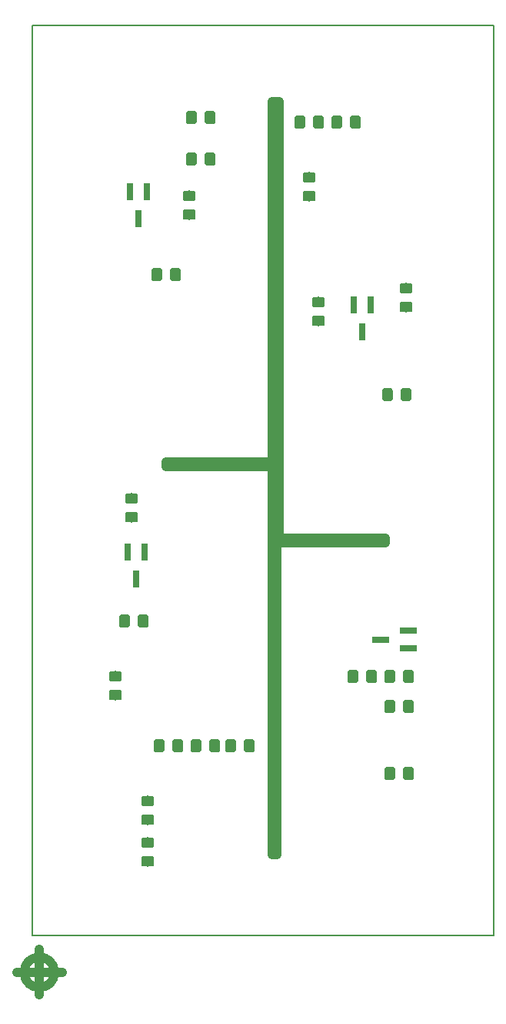
<source format=gbr>
%TF.GenerationSoftware,KiCad,Pcbnew,(5.0.0)*%
%TF.CreationDate,2018-12-16T12:55:05+01:00*%
%TF.ProjectId,Kicad_Oscillator_Drone,4B696361645F4F7363696C6C61746F72,rev?*%
%TF.SameCoordinates,Original*%
%TF.FileFunction,Paste,Top*%
%TF.FilePolarity,Positive*%
%FSLAX46Y46*%
G04 Gerber Fmt 4.6, Leading zero omitted, Abs format (unit mm)*
G04 Created by KiCad (PCBNEW (5.0.0)) date 12/16/18 12:55:05*
%MOMM*%
%LPD*%
G01*
G04 APERTURE LIST*
%ADD10C,1.000000*%
%ADD11C,0.150000*%
%ADD12C,1.150000*%
%ADD13R,1.900000X0.800000*%
%ADD14R,0.800000X1.900000*%
G04 APERTURE END LIST*
D10*
X134112000Y-71374000D02*
X134112000Y-70866000D01*
X158242000Y-79756000D02*
X158242000Y-79248000D01*
X146304000Y-79756000D02*
X158242000Y-79756000D01*
X146304000Y-80010000D02*
X146304000Y-79756000D01*
X146304000Y-114046000D02*
X146304000Y-80010000D01*
X145796000Y-114046000D02*
X146304000Y-114046000D01*
X145796000Y-71374000D02*
X145796000Y-114046000D01*
X134112000Y-71374000D02*
X145796000Y-71374000D01*
X145796000Y-70866000D02*
X134112000Y-70866000D01*
X145796000Y-31242000D02*
X145796000Y-70866000D01*
X146558000Y-31242000D02*
X145796000Y-31242000D01*
X146558000Y-79248000D02*
X146558000Y-31242000D01*
X158242000Y-79248000D02*
X146558000Y-79248000D01*
X121816049Y-127025076D02*
G75*
G03X121816049Y-127025076I-1666666J0D01*
G01*
X117649383Y-127025076D02*
X122649383Y-127025076D01*
X120149383Y-124525076D02*
X120149383Y-129525076D01*
D11*
X170180000Y-122936000D02*
X170180000Y-22860000D01*
X119380000Y-122936000D02*
X170180000Y-122936000D01*
X119380000Y-22860000D02*
X119380000Y-122936000D01*
X170180000Y-22860000D02*
X119380000Y-22860000D01*
G36*
X157076505Y-93789204D02*
X157100773Y-93792804D01*
X157124572Y-93798765D01*
X157147671Y-93807030D01*
X157169850Y-93817520D01*
X157190893Y-93830132D01*
X157210599Y-93844747D01*
X157228777Y-93861223D01*
X157245253Y-93879401D01*
X157259868Y-93899107D01*
X157272480Y-93920150D01*
X157282970Y-93942329D01*
X157291235Y-93965428D01*
X157297196Y-93989227D01*
X157300796Y-94013495D01*
X157302000Y-94037999D01*
X157302000Y-94938001D01*
X157300796Y-94962505D01*
X157297196Y-94986773D01*
X157291235Y-95010572D01*
X157282970Y-95033671D01*
X157272480Y-95055850D01*
X157259868Y-95076893D01*
X157245253Y-95096599D01*
X157228777Y-95114777D01*
X157210599Y-95131253D01*
X157190893Y-95145868D01*
X157169850Y-95158480D01*
X157147671Y-95168970D01*
X157124572Y-95177235D01*
X157100773Y-95183196D01*
X157076505Y-95186796D01*
X157052001Y-95188000D01*
X156401999Y-95188000D01*
X156377495Y-95186796D01*
X156353227Y-95183196D01*
X156329428Y-95177235D01*
X156306329Y-95168970D01*
X156284150Y-95158480D01*
X156263107Y-95145868D01*
X156243401Y-95131253D01*
X156225223Y-95114777D01*
X156208747Y-95096599D01*
X156194132Y-95076893D01*
X156181520Y-95055850D01*
X156171030Y-95033671D01*
X156162765Y-95010572D01*
X156156804Y-94986773D01*
X156153204Y-94962505D01*
X156152000Y-94938001D01*
X156152000Y-94037999D01*
X156153204Y-94013495D01*
X156156804Y-93989227D01*
X156162765Y-93965428D01*
X156171030Y-93942329D01*
X156181520Y-93920150D01*
X156194132Y-93899107D01*
X156208747Y-93879401D01*
X156225223Y-93861223D01*
X156243401Y-93844747D01*
X156263107Y-93830132D01*
X156284150Y-93817520D01*
X156306329Y-93807030D01*
X156329428Y-93798765D01*
X156353227Y-93792804D01*
X156377495Y-93789204D01*
X156401999Y-93788000D01*
X157052001Y-93788000D01*
X157076505Y-93789204D01*
X157076505Y-93789204D01*
G37*
D12*
X156727000Y-94488000D03*
D11*
G36*
X155026505Y-93789204D02*
X155050773Y-93792804D01*
X155074572Y-93798765D01*
X155097671Y-93807030D01*
X155119850Y-93817520D01*
X155140893Y-93830132D01*
X155160599Y-93844747D01*
X155178777Y-93861223D01*
X155195253Y-93879401D01*
X155209868Y-93899107D01*
X155222480Y-93920150D01*
X155232970Y-93942329D01*
X155241235Y-93965428D01*
X155247196Y-93989227D01*
X155250796Y-94013495D01*
X155252000Y-94037999D01*
X155252000Y-94938001D01*
X155250796Y-94962505D01*
X155247196Y-94986773D01*
X155241235Y-95010572D01*
X155232970Y-95033671D01*
X155222480Y-95055850D01*
X155209868Y-95076893D01*
X155195253Y-95096599D01*
X155178777Y-95114777D01*
X155160599Y-95131253D01*
X155140893Y-95145868D01*
X155119850Y-95158480D01*
X155097671Y-95168970D01*
X155074572Y-95177235D01*
X155050773Y-95183196D01*
X155026505Y-95186796D01*
X155002001Y-95188000D01*
X154351999Y-95188000D01*
X154327495Y-95186796D01*
X154303227Y-95183196D01*
X154279428Y-95177235D01*
X154256329Y-95168970D01*
X154234150Y-95158480D01*
X154213107Y-95145868D01*
X154193401Y-95131253D01*
X154175223Y-95114777D01*
X154158747Y-95096599D01*
X154144132Y-95076893D01*
X154131520Y-95055850D01*
X154121030Y-95033671D01*
X154112765Y-95010572D01*
X154106804Y-94986773D01*
X154103204Y-94962505D01*
X154102000Y-94938001D01*
X154102000Y-94037999D01*
X154103204Y-94013495D01*
X154106804Y-93989227D01*
X154112765Y-93965428D01*
X154121030Y-93942329D01*
X154131520Y-93920150D01*
X154144132Y-93899107D01*
X154158747Y-93879401D01*
X154175223Y-93861223D01*
X154193401Y-93844747D01*
X154213107Y-93830132D01*
X154234150Y-93817520D01*
X154256329Y-93807030D01*
X154279428Y-93798765D01*
X154303227Y-93792804D01*
X154327495Y-93789204D01*
X154351999Y-93788000D01*
X155002001Y-93788000D01*
X155026505Y-93789204D01*
X155026505Y-93789204D01*
G37*
D12*
X154677000Y-94488000D03*
D11*
G36*
X159090505Y-104457204D02*
X159114773Y-104460804D01*
X159138572Y-104466765D01*
X159161671Y-104475030D01*
X159183850Y-104485520D01*
X159204893Y-104498132D01*
X159224599Y-104512747D01*
X159242777Y-104529223D01*
X159259253Y-104547401D01*
X159273868Y-104567107D01*
X159286480Y-104588150D01*
X159296970Y-104610329D01*
X159305235Y-104633428D01*
X159311196Y-104657227D01*
X159314796Y-104681495D01*
X159316000Y-104705999D01*
X159316000Y-105606001D01*
X159314796Y-105630505D01*
X159311196Y-105654773D01*
X159305235Y-105678572D01*
X159296970Y-105701671D01*
X159286480Y-105723850D01*
X159273868Y-105744893D01*
X159259253Y-105764599D01*
X159242777Y-105782777D01*
X159224599Y-105799253D01*
X159204893Y-105813868D01*
X159183850Y-105826480D01*
X159161671Y-105836970D01*
X159138572Y-105845235D01*
X159114773Y-105851196D01*
X159090505Y-105854796D01*
X159066001Y-105856000D01*
X158415999Y-105856000D01*
X158391495Y-105854796D01*
X158367227Y-105851196D01*
X158343428Y-105845235D01*
X158320329Y-105836970D01*
X158298150Y-105826480D01*
X158277107Y-105813868D01*
X158257401Y-105799253D01*
X158239223Y-105782777D01*
X158222747Y-105764599D01*
X158208132Y-105744893D01*
X158195520Y-105723850D01*
X158185030Y-105701671D01*
X158176765Y-105678572D01*
X158170804Y-105654773D01*
X158167204Y-105630505D01*
X158166000Y-105606001D01*
X158166000Y-104705999D01*
X158167204Y-104681495D01*
X158170804Y-104657227D01*
X158176765Y-104633428D01*
X158185030Y-104610329D01*
X158195520Y-104588150D01*
X158208132Y-104567107D01*
X158222747Y-104547401D01*
X158239223Y-104529223D01*
X158257401Y-104512747D01*
X158277107Y-104498132D01*
X158298150Y-104485520D01*
X158320329Y-104475030D01*
X158343428Y-104466765D01*
X158367227Y-104460804D01*
X158391495Y-104457204D01*
X158415999Y-104456000D01*
X159066001Y-104456000D01*
X159090505Y-104457204D01*
X159090505Y-104457204D01*
G37*
D12*
X158741000Y-105156000D03*
D11*
G36*
X161140505Y-104457204D02*
X161164773Y-104460804D01*
X161188572Y-104466765D01*
X161211671Y-104475030D01*
X161233850Y-104485520D01*
X161254893Y-104498132D01*
X161274599Y-104512747D01*
X161292777Y-104529223D01*
X161309253Y-104547401D01*
X161323868Y-104567107D01*
X161336480Y-104588150D01*
X161346970Y-104610329D01*
X161355235Y-104633428D01*
X161361196Y-104657227D01*
X161364796Y-104681495D01*
X161366000Y-104705999D01*
X161366000Y-105606001D01*
X161364796Y-105630505D01*
X161361196Y-105654773D01*
X161355235Y-105678572D01*
X161346970Y-105701671D01*
X161336480Y-105723850D01*
X161323868Y-105744893D01*
X161309253Y-105764599D01*
X161292777Y-105782777D01*
X161274599Y-105799253D01*
X161254893Y-105813868D01*
X161233850Y-105826480D01*
X161211671Y-105836970D01*
X161188572Y-105845235D01*
X161164773Y-105851196D01*
X161140505Y-105854796D01*
X161116001Y-105856000D01*
X160465999Y-105856000D01*
X160441495Y-105854796D01*
X160417227Y-105851196D01*
X160393428Y-105845235D01*
X160370329Y-105836970D01*
X160348150Y-105826480D01*
X160327107Y-105813868D01*
X160307401Y-105799253D01*
X160289223Y-105782777D01*
X160272747Y-105764599D01*
X160258132Y-105744893D01*
X160245520Y-105723850D01*
X160235030Y-105701671D01*
X160226765Y-105678572D01*
X160220804Y-105654773D01*
X160217204Y-105630505D01*
X160216000Y-105606001D01*
X160216000Y-104705999D01*
X160217204Y-104681495D01*
X160220804Y-104657227D01*
X160226765Y-104633428D01*
X160235030Y-104610329D01*
X160245520Y-104588150D01*
X160258132Y-104567107D01*
X160272747Y-104547401D01*
X160289223Y-104529223D01*
X160307401Y-104512747D01*
X160327107Y-104498132D01*
X160348150Y-104485520D01*
X160370329Y-104475030D01*
X160393428Y-104466765D01*
X160417227Y-104460804D01*
X160441495Y-104457204D01*
X160465999Y-104456000D01*
X161116001Y-104456000D01*
X161140505Y-104457204D01*
X161140505Y-104457204D01*
G37*
D12*
X160791000Y-105156000D03*
D11*
G36*
X153248505Y-32829204D02*
X153272773Y-32832804D01*
X153296572Y-32838765D01*
X153319671Y-32847030D01*
X153341850Y-32857520D01*
X153362893Y-32870132D01*
X153382599Y-32884747D01*
X153400777Y-32901223D01*
X153417253Y-32919401D01*
X153431868Y-32939107D01*
X153444480Y-32960150D01*
X153454970Y-32982329D01*
X153463235Y-33005428D01*
X153469196Y-33029227D01*
X153472796Y-33053495D01*
X153474000Y-33077999D01*
X153474000Y-33978001D01*
X153472796Y-34002505D01*
X153469196Y-34026773D01*
X153463235Y-34050572D01*
X153454970Y-34073671D01*
X153444480Y-34095850D01*
X153431868Y-34116893D01*
X153417253Y-34136599D01*
X153400777Y-34154777D01*
X153382599Y-34171253D01*
X153362893Y-34185868D01*
X153341850Y-34198480D01*
X153319671Y-34208970D01*
X153296572Y-34217235D01*
X153272773Y-34223196D01*
X153248505Y-34226796D01*
X153224001Y-34228000D01*
X152573999Y-34228000D01*
X152549495Y-34226796D01*
X152525227Y-34223196D01*
X152501428Y-34217235D01*
X152478329Y-34208970D01*
X152456150Y-34198480D01*
X152435107Y-34185868D01*
X152415401Y-34171253D01*
X152397223Y-34154777D01*
X152380747Y-34136599D01*
X152366132Y-34116893D01*
X152353520Y-34095850D01*
X152343030Y-34073671D01*
X152334765Y-34050572D01*
X152328804Y-34026773D01*
X152325204Y-34002505D01*
X152324000Y-33978001D01*
X152324000Y-33077999D01*
X152325204Y-33053495D01*
X152328804Y-33029227D01*
X152334765Y-33005428D01*
X152343030Y-32982329D01*
X152353520Y-32960150D01*
X152366132Y-32939107D01*
X152380747Y-32919401D01*
X152397223Y-32901223D01*
X152415401Y-32884747D01*
X152435107Y-32870132D01*
X152456150Y-32857520D01*
X152478329Y-32847030D01*
X152501428Y-32838765D01*
X152525227Y-32832804D01*
X152549495Y-32829204D01*
X152573999Y-32828000D01*
X153224001Y-32828000D01*
X153248505Y-32829204D01*
X153248505Y-32829204D01*
G37*
D12*
X152899000Y-33528000D03*
D11*
G36*
X155298505Y-32829204D02*
X155322773Y-32832804D01*
X155346572Y-32838765D01*
X155369671Y-32847030D01*
X155391850Y-32857520D01*
X155412893Y-32870132D01*
X155432599Y-32884747D01*
X155450777Y-32901223D01*
X155467253Y-32919401D01*
X155481868Y-32939107D01*
X155494480Y-32960150D01*
X155504970Y-32982329D01*
X155513235Y-33005428D01*
X155519196Y-33029227D01*
X155522796Y-33053495D01*
X155524000Y-33077999D01*
X155524000Y-33978001D01*
X155522796Y-34002505D01*
X155519196Y-34026773D01*
X155513235Y-34050572D01*
X155504970Y-34073671D01*
X155494480Y-34095850D01*
X155481868Y-34116893D01*
X155467253Y-34136599D01*
X155450777Y-34154777D01*
X155432599Y-34171253D01*
X155412893Y-34185868D01*
X155391850Y-34198480D01*
X155369671Y-34208970D01*
X155346572Y-34217235D01*
X155322773Y-34223196D01*
X155298505Y-34226796D01*
X155274001Y-34228000D01*
X154623999Y-34228000D01*
X154599495Y-34226796D01*
X154575227Y-34223196D01*
X154551428Y-34217235D01*
X154528329Y-34208970D01*
X154506150Y-34198480D01*
X154485107Y-34185868D01*
X154465401Y-34171253D01*
X154447223Y-34154777D01*
X154430747Y-34136599D01*
X154416132Y-34116893D01*
X154403520Y-34095850D01*
X154393030Y-34073671D01*
X154384765Y-34050572D01*
X154378804Y-34026773D01*
X154375204Y-34002505D01*
X154374000Y-33978001D01*
X154374000Y-33077999D01*
X154375204Y-33053495D01*
X154378804Y-33029227D01*
X154384765Y-33005428D01*
X154393030Y-32982329D01*
X154403520Y-32960150D01*
X154416132Y-32939107D01*
X154430747Y-32919401D01*
X154447223Y-32901223D01*
X154465401Y-32884747D01*
X154485107Y-32870132D01*
X154506150Y-32857520D01*
X154528329Y-32847030D01*
X154551428Y-32838765D01*
X154575227Y-32832804D01*
X154599495Y-32829204D01*
X154623999Y-32828000D01*
X155274001Y-32828000D01*
X155298505Y-32829204D01*
X155298505Y-32829204D01*
G37*
D12*
X154949000Y-33528000D03*
D11*
G36*
X151350505Y-54807204D02*
X151374773Y-54810804D01*
X151398572Y-54816765D01*
X151421671Y-54825030D01*
X151443850Y-54835520D01*
X151464893Y-54848132D01*
X151484599Y-54862747D01*
X151502777Y-54879223D01*
X151519253Y-54897401D01*
X151533868Y-54917107D01*
X151546480Y-54938150D01*
X151556970Y-54960329D01*
X151565235Y-54983428D01*
X151571196Y-55007227D01*
X151574796Y-55031495D01*
X151576000Y-55055999D01*
X151576000Y-55706001D01*
X151574796Y-55730505D01*
X151571196Y-55754773D01*
X151565235Y-55778572D01*
X151556970Y-55801671D01*
X151546480Y-55823850D01*
X151533868Y-55844893D01*
X151519253Y-55864599D01*
X151502777Y-55882777D01*
X151484599Y-55899253D01*
X151464893Y-55913868D01*
X151443850Y-55926480D01*
X151421671Y-55936970D01*
X151398572Y-55945235D01*
X151374773Y-55951196D01*
X151350505Y-55954796D01*
X151326001Y-55956000D01*
X150425999Y-55956000D01*
X150401495Y-55954796D01*
X150377227Y-55951196D01*
X150353428Y-55945235D01*
X150330329Y-55936970D01*
X150308150Y-55926480D01*
X150287107Y-55913868D01*
X150267401Y-55899253D01*
X150249223Y-55882777D01*
X150232747Y-55864599D01*
X150218132Y-55844893D01*
X150205520Y-55823850D01*
X150195030Y-55801671D01*
X150186765Y-55778572D01*
X150180804Y-55754773D01*
X150177204Y-55730505D01*
X150176000Y-55706001D01*
X150176000Y-55055999D01*
X150177204Y-55031495D01*
X150180804Y-55007227D01*
X150186765Y-54983428D01*
X150195030Y-54960329D01*
X150205520Y-54938150D01*
X150218132Y-54917107D01*
X150232747Y-54897401D01*
X150249223Y-54879223D01*
X150267401Y-54862747D01*
X150287107Y-54848132D01*
X150308150Y-54835520D01*
X150330329Y-54825030D01*
X150353428Y-54816765D01*
X150377227Y-54810804D01*
X150401495Y-54807204D01*
X150425999Y-54806000D01*
X151326001Y-54806000D01*
X151350505Y-54807204D01*
X151350505Y-54807204D01*
G37*
D12*
X150876000Y-55381000D03*
D11*
G36*
X151350505Y-52757204D02*
X151374773Y-52760804D01*
X151398572Y-52766765D01*
X151421671Y-52775030D01*
X151443850Y-52785520D01*
X151464893Y-52798132D01*
X151484599Y-52812747D01*
X151502777Y-52829223D01*
X151519253Y-52847401D01*
X151533868Y-52867107D01*
X151546480Y-52888150D01*
X151556970Y-52910329D01*
X151565235Y-52933428D01*
X151571196Y-52957227D01*
X151574796Y-52981495D01*
X151576000Y-53005999D01*
X151576000Y-53656001D01*
X151574796Y-53680505D01*
X151571196Y-53704773D01*
X151565235Y-53728572D01*
X151556970Y-53751671D01*
X151546480Y-53773850D01*
X151533868Y-53794893D01*
X151519253Y-53814599D01*
X151502777Y-53832777D01*
X151484599Y-53849253D01*
X151464893Y-53863868D01*
X151443850Y-53876480D01*
X151421671Y-53886970D01*
X151398572Y-53895235D01*
X151374773Y-53901196D01*
X151350505Y-53904796D01*
X151326001Y-53906000D01*
X150425999Y-53906000D01*
X150401495Y-53904796D01*
X150377227Y-53901196D01*
X150353428Y-53895235D01*
X150330329Y-53886970D01*
X150308150Y-53876480D01*
X150287107Y-53863868D01*
X150267401Y-53849253D01*
X150249223Y-53832777D01*
X150232747Y-53814599D01*
X150218132Y-53794893D01*
X150205520Y-53773850D01*
X150195030Y-53751671D01*
X150186765Y-53728572D01*
X150180804Y-53704773D01*
X150177204Y-53680505D01*
X150176000Y-53656001D01*
X150176000Y-53005999D01*
X150177204Y-52981495D01*
X150180804Y-52957227D01*
X150186765Y-52933428D01*
X150195030Y-52910329D01*
X150205520Y-52888150D01*
X150218132Y-52867107D01*
X150232747Y-52847401D01*
X150249223Y-52829223D01*
X150267401Y-52812747D01*
X150287107Y-52798132D01*
X150308150Y-52785520D01*
X150330329Y-52775030D01*
X150353428Y-52766765D01*
X150377227Y-52760804D01*
X150401495Y-52757204D01*
X150425999Y-52756000D01*
X151326001Y-52756000D01*
X151350505Y-52757204D01*
X151350505Y-52757204D01*
G37*
D12*
X150876000Y-53331000D03*
D11*
G36*
X160875506Y-62788205D02*
X160899774Y-62791805D01*
X160923573Y-62797766D01*
X160946672Y-62806031D01*
X160968851Y-62816521D01*
X160989894Y-62829133D01*
X161009600Y-62843748D01*
X161027778Y-62860224D01*
X161044254Y-62878402D01*
X161058869Y-62898108D01*
X161071481Y-62919151D01*
X161081971Y-62941330D01*
X161090236Y-62964429D01*
X161096197Y-62988228D01*
X161099797Y-63012496D01*
X161101001Y-63037000D01*
X161101001Y-63937002D01*
X161099797Y-63961506D01*
X161096197Y-63985774D01*
X161090236Y-64009573D01*
X161081971Y-64032672D01*
X161071481Y-64054851D01*
X161058869Y-64075894D01*
X161044254Y-64095600D01*
X161027778Y-64113778D01*
X161009600Y-64130254D01*
X160989894Y-64144869D01*
X160968851Y-64157481D01*
X160946672Y-64167971D01*
X160923573Y-64176236D01*
X160899774Y-64182197D01*
X160875506Y-64185797D01*
X160851002Y-64187001D01*
X160201000Y-64187001D01*
X160176496Y-64185797D01*
X160152228Y-64182197D01*
X160128429Y-64176236D01*
X160105330Y-64167971D01*
X160083151Y-64157481D01*
X160062108Y-64144869D01*
X160042402Y-64130254D01*
X160024224Y-64113778D01*
X160007748Y-64095600D01*
X159993133Y-64075894D01*
X159980521Y-64054851D01*
X159970031Y-64032672D01*
X159961766Y-64009573D01*
X159955805Y-63985774D01*
X159952205Y-63961506D01*
X159951001Y-63937002D01*
X159951001Y-63037000D01*
X159952205Y-63012496D01*
X159955805Y-62988228D01*
X159961766Y-62964429D01*
X159970031Y-62941330D01*
X159980521Y-62919151D01*
X159993133Y-62898108D01*
X160007748Y-62878402D01*
X160024224Y-62860224D01*
X160042402Y-62843748D01*
X160062108Y-62829133D01*
X160083151Y-62816521D01*
X160105330Y-62806031D01*
X160128429Y-62797766D01*
X160152228Y-62791805D01*
X160176496Y-62788205D01*
X160201000Y-62787001D01*
X160851002Y-62787001D01*
X160875506Y-62788205D01*
X160875506Y-62788205D01*
G37*
D12*
X160526001Y-63487001D03*
D11*
G36*
X158825506Y-62788205D02*
X158849774Y-62791805D01*
X158873573Y-62797766D01*
X158896672Y-62806031D01*
X158918851Y-62816521D01*
X158939894Y-62829133D01*
X158959600Y-62843748D01*
X158977778Y-62860224D01*
X158994254Y-62878402D01*
X159008869Y-62898108D01*
X159021481Y-62919151D01*
X159031971Y-62941330D01*
X159040236Y-62964429D01*
X159046197Y-62988228D01*
X159049797Y-63012496D01*
X159051001Y-63037000D01*
X159051001Y-63937002D01*
X159049797Y-63961506D01*
X159046197Y-63985774D01*
X159040236Y-64009573D01*
X159031971Y-64032672D01*
X159021481Y-64054851D01*
X159008869Y-64075894D01*
X158994254Y-64095600D01*
X158977778Y-64113778D01*
X158959600Y-64130254D01*
X158939894Y-64144869D01*
X158918851Y-64157481D01*
X158896672Y-64167971D01*
X158873573Y-64176236D01*
X158849774Y-64182197D01*
X158825506Y-64185797D01*
X158801002Y-64187001D01*
X158151000Y-64187001D01*
X158126496Y-64185797D01*
X158102228Y-64182197D01*
X158078429Y-64176236D01*
X158055330Y-64167971D01*
X158033151Y-64157481D01*
X158012108Y-64144869D01*
X157992402Y-64130254D01*
X157974224Y-64113778D01*
X157957748Y-64095600D01*
X157943133Y-64075894D01*
X157930521Y-64054851D01*
X157920031Y-64032672D01*
X157911766Y-64009573D01*
X157905805Y-63985774D01*
X157902205Y-63961506D01*
X157901001Y-63937002D01*
X157901001Y-63037000D01*
X157902205Y-63012496D01*
X157905805Y-62988228D01*
X157911766Y-62964429D01*
X157920031Y-62941330D01*
X157930521Y-62919151D01*
X157943133Y-62898108D01*
X157957748Y-62878402D01*
X157974224Y-62860224D01*
X157992402Y-62843748D01*
X158012108Y-62829133D01*
X158033151Y-62816521D01*
X158055330Y-62806031D01*
X158078429Y-62797766D01*
X158102228Y-62791805D01*
X158126496Y-62788205D01*
X158151000Y-62787001D01*
X158801002Y-62787001D01*
X158825506Y-62788205D01*
X158825506Y-62788205D01*
G37*
D12*
X158476001Y-63487001D03*
D11*
G36*
X137246505Y-32321204D02*
X137270773Y-32324804D01*
X137294572Y-32330765D01*
X137317671Y-32339030D01*
X137339850Y-32349520D01*
X137360893Y-32362132D01*
X137380599Y-32376747D01*
X137398777Y-32393223D01*
X137415253Y-32411401D01*
X137429868Y-32431107D01*
X137442480Y-32452150D01*
X137452970Y-32474329D01*
X137461235Y-32497428D01*
X137467196Y-32521227D01*
X137470796Y-32545495D01*
X137472000Y-32569999D01*
X137472000Y-33470001D01*
X137470796Y-33494505D01*
X137467196Y-33518773D01*
X137461235Y-33542572D01*
X137452970Y-33565671D01*
X137442480Y-33587850D01*
X137429868Y-33608893D01*
X137415253Y-33628599D01*
X137398777Y-33646777D01*
X137380599Y-33663253D01*
X137360893Y-33677868D01*
X137339850Y-33690480D01*
X137317671Y-33700970D01*
X137294572Y-33709235D01*
X137270773Y-33715196D01*
X137246505Y-33718796D01*
X137222001Y-33720000D01*
X136571999Y-33720000D01*
X136547495Y-33718796D01*
X136523227Y-33715196D01*
X136499428Y-33709235D01*
X136476329Y-33700970D01*
X136454150Y-33690480D01*
X136433107Y-33677868D01*
X136413401Y-33663253D01*
X136395223Y-33646777D01*
X136378747Y-33628599D01*
X136364132Y-33608893D01*
X136351520Y-33587850D01*
X136341030Y-33565671D01*
X136332765Y-33542572D01*
X136326804Y-33518773D01*
X136323204Y-33494505D01*
X136322000Y-33470001D01*
X136322000Y-32569999D01*
X136323204Y-32545495D01*
X136326804Y-32521227D01*
X136332765Y-32497428D01*
X136341030Y-32474329D01*
X136351520Y-32452150D01*
X136364132Y-32431107D01*
X136378747Y-32411401D01*
X136395223Y-32393223D01*
X136413401Y-32376747D01*
X136433107Y-32362132D01*
X136454150Y-32349520D01*
X136476329Y-32339030D01*
X136499428Y-32330765D01*
X136523227Y-32324804D01*
X136547495Y-32321204D01*
X136571999Y-32320000D01*
X137222001Y-32320000D01*
X137246505Y-32321204D01*
X137246505Y-32321204D01*
G37*
D12*
X136897000Y-33020000D03*
D11*
G36*
X139296505Y-32321204D02*
X139320773Y-32324804D01*
X139344572Y-32330765D01*
X139367671Y-32339030D01*
X139389850Y-32349520D01*
X139410893Y-32362132D01*
X139430599Y-32376747D01*
X139448777Y-32393223D01*
X139465253Y-32411401D01*
X139479868Y-32431107D01*
X139492480Y-32452150D01*
X139502970Y-32474329D01*
X139511235Y-32497428D01*
X139517196Y-32521227D01*
X139520796Y-32545495D01*
X139522000Y-32569999D01*
X139522000Y-33470001D01*
X139520796Y-33494505D01*
X139517196Y-33518773D01*
X139511235Y-33542572D01*
X139502970Y-33565671D01*
X139492480Y-33587850D01*
X139479868Y-33608893D01*
X139465253Y-33628599D01*
X139448777Y-33646777D01*
X139430599Y-33663253D01*
X139410893Y-33677868D01*
X139389850Y-33690480D01*
X139367671Y-33700970D01*
X139344572Y-33709235D01*
X139320773Y-33715196D01*
X139296505Y-33718796D01*
X139272001Y-33720000D01*
X138621999Y-33720000D01*
X138597495Y-33718796D01*
X138573227Y-33715196D01*
X138549428Y-33709235D01*
X138526329Y-33700970D01*
X138504150Y-33690480D01*
X138483107Y-33677868D01*
X138463401Y-33663253D01*
X138445223Y-33646777D01*
X138428747Y-33628599D01*
X138414132Y-33608893D01*
X138401520Y-33587850D01*
X138391030Y-33565671D01*
X138382765Y-33542572D01*
X138376804Y-33518773D01*
X138373204Y-33494505D01*
X138372000Y-33470001D01*
X138372000Y-32569999D01*
X138373204Y-32545495D01*
X138376804Y-32521227D01*
X138382765Y-32497428D01*
X138391030Y-32474329D01*
X138401520Y-32452150D01*
X138414132Y-32431107D01*
X138428747Y-32411401D01*
X138445223Y-32393223D01*
X138463401Y-32376747D01*
X138483107Y-32362132D01*
X138504150Y-32349520D01*
X138526329Y-32339030D01*
X138549428Y-32330765D01*
X138573227Y-32324804D01*
X138597495Y-32321204D01*
X138621999Y-32320000D01*
X139272001Y-32320000D01*
X139296505Y-32321204D01*
X139296505Y-32321204D01*
G37*
D12*
X138947000Y-33020000D03*
D11*
G36*
X137246505Y-36893204D02*
X137270773Y-36896804D01*
X137294572Y-36902765D01*
X137317671Y-36911030D01*
X137339850Y-36921520D01*
X137360893Y-36934132D01*
X137380599Y-36948747D01*
X137398777Y-36965223D01*
X137415253Y-36983401D01*
X137429868Y-37003107D01*
X137442480Y-37024150D01*
X137452970Y-37046329D01*
X137461235Y-37069428D01*
X137467196Y-37093227D01*
X137470796Y-37117495D01*
X137472000Y-37141999D01*
X137472000Y-38042001D01*
X137470796Y-38066505D01*
X137467196Y-38090773D01*
X137461235Y-38114572D01*
X137452970Y-38137671D01*
X137442480Y-38159850D01*
X137429868Y-38180893D01*
X137415253Y-38200599D01*
X137398777Y-38218777D01*
X137380599Y-38235253D01*
X137360893Y-38249868D01*
X137339850Y-38262480D01*
X137317671Y-38272970D01*
X137294572Y-38281235D01*
X137270773Y-38287196D01*
X137246505Y-38290796D01*
X137222001Y-38292000D01*
X136571999Y-38292000D01*
X136547495Y-38290796D01*
X136523227Y-38287196D01*
X136499428Y-38281235D01*
X136476329Y-38272970D01*
X136454150Y-38262480D01*
X136433107Y-38249868D01*
X136413401Y-38235253D01*
X136395223Y-38218777D01*
X136378747Y-38200599D01*
X136364132Y-38180893D01*
X136351520Y-38159850D01*
X136341030Y-38137671D01*
X136332765Y-38114572D01*
X136326804Y-38090773D01*
X136323204Y-38066505D01*
X136322000Y-38042001D01*
X136322000Y-37141999D01*
X136323204Y-37117495D01*
X136326804Y-37093227D01*
X136332765Y-37069428D01*
X136341030Y-37046329D01*
X136351520Y-37024150D01*
X136364132Y-37003107D01*
X136378747Y-36983401D01*
X136395223Y-36965223D01*
X136413401Y-36948747D01*
X136433107Y-36934132D01*
X136454150Y-36921520D01*
X136476329Y-36911030D01*
X136499428Y-36902765D01*
X136523227Y-36896804D01*
X136547495Y-36893204D01*
X136571999Y-36892000D01*
X137222001Y-36892000D01*
X137246505Y-36893204D01*
X137246505Y-36893204D01*
G37*
D12*
X136897000Y-37592000D03*
D11*
G36*
X139296505Y-36893204D02*
X139320773Y-36896804D01*
X139344572Y-36902765D01*
X139367671Y-36911030D01*
X139389850Y-36921520D01*
X139410893Y-36934132D01*
X139430599Y-36948747D01*
X139448777Y-36965223D01*
X139465253Y-36983401D01*
X139479868Y-37003107D01*
X139492480Y-37024150D01*
X139502970Y-37046329D01*
X139511235Y-37069428D01*
X139517196Y-37093227D01*
X139520796Y-37117495D01*
X139522000Y-37141999D01*
X139522000Y-38042001D01*
X139520796Y-38066505D01*
X139517196Y-38090773D01*
X139511235Y-38114572D01*
X139502970Y-38137671D01*
X139492480Y-38159850D01*
X139479868Y-38180893D01*
X139465253Y-38200599D01*
X139448777Y-38218777D01*
X139430599Y-38235253D01*
X139410893Y-38249868D01*
X139389850Y-38262480D01*
X139367671Y-38272970D01*
X139344572Y-38281235D01*
X139320773Y-38287196D01*
X139296505Y-38290796D01*
X139272001Y-38292000D01*
X138621999Y-38292000D01*
X138597495Y-38290796D01*
X138573227Y-38287196D01*
X138549428Y-38281235D01*
X138526329Y-38272970D01*
X138504150Y-38262480D01*
X138483107Y-38249868D01*
X138463401Y-38235253D01*
X138445223Y-38218777D01*
X138428747Y-38200599D01*
X138414132Y-38180893D01*
X138401520Y-38159850D01*
X138391030Y-38137671D01*
X138382765Y-38114572D01*
X138376804Y-38090773D01*
X138373204Y-38066505D01*
X138372000Y-38042001D01*
X138372000Y-37141999D01*
X138373204Y-37117495D01*
X138376804Y-37093227D01*
X138382765Y-37069428D01*
X138391030Y-37046329D01*
X138401520Y-37024150D01*
X138414132Y-37003107D01*
X138428747Y-36983401D01*
X138445223Y-36965223D01*
X138463401Y-36948747D01*
X138483107Y-36934132D01*
X138504150Y-36921520D01*
X138526329Y-36911030D01*
X138549428Y-36902765D01*
X138573227Y-36896804D01*
X138597495Y-36893204D01*
X138621999Y-36892000D01*
X139272001Y-36892000D01*
X139296505Y-36893204D01*
X139296505Y-36893204D01*
G37*
D12*
X138947000Y-37592000D03*
D11*
G36*
X132554505Y-114243204D02*
X132578773Y-114246804D01*
X132602572Y-114252765D01*
X132625671Y-114261030D01*
X132647850Y-114271520D01*
X132668893Y-114284132D01*
X132688599Y-114298747D01*
X132706777Y-114315223D01*
X132723253Y-114333401D01*
X132737868Y-114353107D01*
X132750480Y-114374150D01*
X132760970Y-114396329D01*
X132769235Y-114419428D01*
X132775196Y-114443227D01*
X132778796Y-114467495D01*
X132780000Y-114491999D01*
X132780000Y-115142001D01*
X132778796Y-115166505D01*
X132775196Y-115190773D01*
X132769235Y-115214572D01*
X132760970Y-115237671D01*
X132750480Y-115259850D01*
X132737868Y-115280893D01*
X132723253Y-115300599D01*
X132706777Y-115318777D01*
X132688599Y-115335253D01*
X132668893Y-115349868D01*
X132647850Y-115362480D01*
X132625671Y-115372970D01*
X132602572Y-115381235D01*
X132578773Y-115387196D01*
X132554505Y-115390796D01*
X132530001Y-115392000D01*
X131629999Y-115392000D01*
X131605495Y-115390796D01*
X131581227Y-115387196D01*
X131557428Y-115381235D01*
X131534329Y-115372970D01*
X131512150Y-115362480D01*
X131491107Y-115349868D01*
X131471401Y-115335253D01*
X131453223Y-115318777D01*
X131436747Y-115300599D01*
X131422132Y-115280893D01*
X131409520Y-115259850D01*
X131399030Y-115237671D01*
X131390765Y-115214572D01*
X131384804Y-115190773D01*
X131381204Y-115166505D01*
X131380000Y-115142001D01*
X131380000Y-114491999D01*
X131381204Y-114467495D01*
X131384804Y-114443227D01*
X131390765Y-114419428D01*
X131399030Y-114396329D01*
X131409520Y-114374150D01*
X131422132Y-114353107D01*
X131436747Y-114333401D01*
X131453223Y-114315223D01*
X131471401Y-114298747D01*
X131491107Y-114284132D01*
X131512150Y-114271520D01*
X131534329Y-114261030D01*
X131557428Y-114252765D01*
X131581227Y-114246804D01*
X131605495Y-114243204D01*
X131629999Y-114242000D01*
X132530001Y-114242000D01*
X132554505Y-114243204D01*
X132554505Y-114243204D01*
G37*
D12*
X132080000Y-114817000D03*
D11*
G36*
X132554505Y-112193204D02*
X132578773Y-112196804D01*
X132602572Y-112202765D01*
X132625671Y-112211030D01*
X132647850Y-112221520D01*
X132668893Y-112234132D01*
X132688599Y-112248747D01*
X132706777Y-112265223D01*
X132723253Y-112283401D01*
X132737868Y-112303107D01*
X132750480Y-112324150D01*
X132760970Y-112346329D01*
X132769235Y-112369428D01*
X132775196Y-112393227D01*
X132778796Y-112417495D01*
X132780000Y-112441999D01*
X132780000Y-113092001D01*
X132778796Y-113116505D01*
X132775196Y-113140773D01*
X132769235Y-113164572D01*
X132760970Y-113187671D01*
X132750480Y-113209850D01*
X132737868Y-113230893D01*
X132723253Y-113250599D01*
X132706777Y-113268777D01*
X132688599Y-113285253D01*
X132668893Y-113299868D01*
X132647850Y-113312480D01*
X132625671Y-113322970D01*
X132602572Y-113331235D01*
X132578773Y-113337196D01*
X132554505Y-113340796D01*
X132530001Y-113342000D01*
X131629999Y-113342000D01*
X131605495Y-113340796D01*
X131581227Y-113337196D01*
X131557428Y-113331235D01*
X131534329Y-113322970D01*
X131512150Y-113312480D01*
X131491107Y-113299868D01*
X131471401Y-113285253D01*
X131453223Y-113268777D01*
X131436747Y-113250599D01*
X131422132Y-113230893D01*
X131409520Y-113209850D01*
X131399030Y-113187671D01*
X131390765Y-113164572D01*
X131384804Y-113140773D01*
X131381204Y-113116505D01*
X131380000Y-113092001D01*
X131380000Y-112441999D01*
X131381204Y-112417495D01*
X131384804Y-112393227D01*
X131390765Y-112369428D01*
X131399030Y-112346329D01*
X131409520Y-112324150D01*
X131422132Y-112303107D01*
X131436747Y-112283401D01*
X131453223Y-112265223D01*
X131471401Y-112248747D01*
X131491107Y-112234132D01*
X131512150Y-112221520D01*
X131534329Y-112211030D01*
X131557428Y-112202765D01*
X131581227Y-112196804D01*
X131605495Y-112193204D01*
X131629999Y-112192000D01*
X132530001Y-112192000D01*
X132554505Y-112193204D01*
X132554505Y-112193204D01*
G37*
D12*
X132080000Y-112767000D03*
D11*
G36*
X129880505Y-87693204D02*
X129904773Y-87696804D01*
X129928572Y-87702765D01*
X129951671Y-87711030D01*
X129973850Y-87721520D01*
X129994893Y-87734132D01*
X130014599Y-87748747D01*
X130032777Y-87765223D01*
X130049253Y-87783401D01*
X130063868Y-87803107D01*
X130076480Y-87824150D01*
X130086970Y-87846329D01*
X130095235Y-87869428D01*
X130101196Y-87893227D01*
X130104796Y-87917495D01*
X130106000Y-87941999D01*
X130106000Y-88842001D01*
X130104796Y-88866505D01*
X130101196Y-88890773D01*
X130095235Y-88914572D01*
X130086970Y-88937671D01*
X130076480Y-88959850D01*
X130063868Y-88980893D01*
X130049253Y-89000599D01*
X130032777Y-89018777D01*
X130014599Y-89035253D01*
X129994893Y-89049868D01*
X129973850Y-89062480D01*
X129951671Y-89072970D01*
X129928572Y-89081235D01*
X129904773Y-89087196D01*
X129880505Y-89090796D01*
X129856001Y-89092000D01*
X129205999Y-89092000D01*
X129181495Y-89090796D01*
X129157227Y-89087196D01*
X129133428Y-89081235D01*
X129110329Y-89072970D01*
X129088150Y-89062480D01*
X129067107Y-89049868D01*
X129047401Y-89035253D01*
X129029223Y-89018777D01*
X129012747Y-89000599D01*
X128998132Y-88980893D01*
X128985520Y-88959850D01*
X128975030Y-88937671D01*
X128966765Y-88914572D01*
X128960804Y-88890773D01*
X128957204Y-88866505D01*
X128956000Y-88842001D01*
X128956000Y-87941999D01*
X128957204Y-87917495D01*
X128960804Y-87893227D01*
X128966765Y-87869428D01*
X128975030Y-87846329D01*
X128985520Y-87824150D01*
X128998132Y-87803107D01*
X129012747Y-87783401D01*
X129029223Y-87765223D01*
X129047401Y-87748747D01*
X129067107Y-87734132D01*
X129088150Y-87721520D01*
X129110329Y-87711030D01*
X129133428Y-87702765D01*
X129157227Y-87696804D01*
X129181495Y-87693204D01*
X129205999Y-87692000D01*
X129856001Y-87692000D01*
X129880505Y-87693204D01*
X129880505Y-87693204D01*
G37*
D12*
X129531000Y-88392000D03*
D11*
G36*
X131930505Y-87693204D02*
X131954773Y-87696804D01*
X131978572Y-87702765D01*
X132001671Y-87711030D01*
X132023850Y-87721520D01*
X132044893Y-87734132D01*
X132064599Y-87748747D01*
X132082777Y-87765223D01*
X132099253Y-87783401D01*
X132113868Y-87803107D01*
X132126480Y-87824150D01*
X132136970Y-87846329D01*
X132145235Y-87869428D01*
X132151196Y-87893227D01*
X132154796Y-87917495D01*
X132156000Y-87941999D01*
X132156000Y-88842001D01*
X132154796Y-88866505D01*
X132151196Y-88890773D01*
X132145235Y-88914572D01*
X132136970Y-88937671D01*
X132126480Y-88959850D01*
X132113868Y-88980893D01*
X132099253Y-89000599D01*
X132082777Y-89018777D01*
X132064599Y-89035253D01*
X132044893Y-89049868D01*
X132023850Y-89062480D01*
X132001671Y-89072970D01*
X131978572Y-89081235D01*
X131954773Y-89087196D01*
X131930505Y-89090796D01*
X131906001Y-89092000D01*
X131255999Y-89092000D01*
X131231495Y-89090796D01*
X131207227Y-89087196D01*
X131183428Y-89081235D01*
X131160329Y-89072970D01*
X131138150Y-89062480D01*
X131117107Y-89049868D01*
X131097401Y-89035253D01*
X131079223Y-89018777D01*
X131062747Y-89000599D01*
X131048132Y-88980893D01*
X131035520Y-88959850D01*
X131025030Y-88937671D01*
X131016765Y-88914572D01*
X131010804Y-88890773D01*
X131007204Y-88866505D01*
X131006000Y-88842001D01*
X131006000Y-87941999D01*
X131007204Y-87917495D01*
X131010804Y-87893227D01*
X131016765Y-87869428D01*
X131025030Y-87846329D01*
X131035520Y-87824150D01*
X131048132Y-87803107D01*
X131062747Y-87783401D01*
X131079223Y-87765223D01*
X131097401Y-87748747D01*
X131117107Y-87734132D01*
X131138150Y-87721520D01*
X131160329Y-87711030D01*
X131183428Y-87702765D01*
X131207227Y-87696804D01*
X131231495Y-87693204D01*
X131255999Y-87692000D01*
X131906001Y-87692000D01*
X131930505Y-87693204D01*
X131930505Y-87693204D01*
G37*
D12*
X131581000Y-88392000D03*
D11*
G36*
X128998505Y-93905204D02*
X129022773Y-93908804D01*
X129046572Y-93914765D01*
X129069671Y-93923030D01*
X129091850Y-93933520D01*
X129112893Y-93946132D01*
X129132599Y-93960747D01*
X129150777Y-93977223D01*
X129167253Y-93995401D01*
X129181868Y-94015107D01*
X129194480Y-94036150D01*
X129204970Y-94058329D01*
X129213235Y-94081428D01*
X129219196Y-94105227D01*
X129222796Y-94129495D01*
X129224000Y-94153999D01*
X129224000Y-94804001D01*
X129222796Y-94828505D01*
X129219196Y-94852773D01*
X129213235Y-94876572D01*
X129204970Y-94899671D01*
X129194480Y-94921850D01*
X129181868Y-94942893D01*
X129167253Y-94962599D01*
X129150777Y-94980777D01*
X129132599Y-94997253D01*
X129112893Y-95011868D01*
X129091850Y-95024480D01*
X129069671Y-95034970D01*
X129046572Y-95043235D01*
X129022773Y-95049196D01*
X128998505Y-95052796D01*
X128974001Y-95054000D01*
X128073999Y-95054000D01*
X128049495Y-95052796D01*
X128025227Y-95049196D01*
X128001428Y-95043235D01*
X127978329Y-95034970D01*
X127956150Y-95024480D01*
X127935107Y-95011868D01*
X127915401Y-94997253D01*
X127897223Y-94980777D01*
X127880747Y-94962599D01*
X127866132Y-94942893D01*
X127853520Y-94921850D01*
X127843030Y-94899671D01*
X127834765Y-94876572D01*
X127828804Y-94852773D01*
X127825204Y-94828505D01*
X127824000Y-94804001D01*
X127824000Y-94153999D01*
X127825204Y-94129495D01*
X127828804Y-94105227D01*
X127834765Y-94081428D01*
X127843030Y-94058329D01*
X127853520Y-94036150D01*
X127866132Y-94015107D01*
X127880747Y-93995401D01*
X127897223Y-93977223D01*
X127915401Y-93960747D01*
X127935107Y-93946132D01*
X127956150Y-93933520D01*
X127978329Y-93923030D01*
X128001428Y-93914765D01*
X128025227Y-93908804D01*
X128049495Y-93905204D01*
X128073999Y-93904000D01*
X128974001Y-93904000D01*
X128998505Y-93905204D01*
X128998505Y-93905204D01*
G37*
D12*
X128524000Y-94479000D03*
D11*
G36*
X128998505Y-95955204D02*
X129022773Y-95958804D01*
X129046572Y-95964765D01*
X129069671Y-95973030D01*
X129091850Y-95983520D01*
X129112893Y-95996132D01*
X129132599Y-96010747D01*
X129150777Y-96027223D01*
X129167253Y-96045401D01*
X129181868Y-96065107D01*
X129194480Y-96086150D01*
X129204970Y-96108329D01*
X129213235Y-96131428D01*
X129219196Y-96155227D01*
X129222796Y-96179495D01*
X129224000Y-96203999D01*
X129224000Y-96854001D01*
X129222796Y-96878505D01*
X129219196Y-96902773D01*
X129213235Y-96926572D01*
X129204970Y-96949671D01*
X129194480Y-96971850D01*
X129181868Y-96992893D01*
X129167253Y-97012599D01*
X129150777Y-97030777D01*
X129132599Y-97047253D01*
X129112893Y-97061868D01*
X129091850Y-97074480D01*
X129069671Y-97084970D01*
X129046572Y-97093235D01*
X129022773Y-97099196D01*
X128998505Y-97102796D01*
X128974001Y-97104000D01*
X128073999Y-97104000D01*
X128049495Y-97102796D01*
X128025227Y-97099196D01*
X128001428Y-97093235D01*
X127978329Y-97084970D01*
X127956150Y-97074480D01*
X127935107Y-97061868D01*
X127915401Y-97047253D01*
X127897223Y-97030777D01*
X127880747Y-97012599D01*
X127866132Y-96992893D01*
X127853520Y-96971850D01*
X127843030Y-96949671D01*
X127834765Y-96926572D01*
X127828804Y-96902773D01*
X127825204Y-96878505D01*
X127824000Y-96854001D01*
X127824000Y-96203999D01*
X127825204Y-96179495D01*
X127828804Y-96155227D01*
X127834765Y-96131428D01*
X127843030Y-96108329D01*
X127853520Y-96086150D01*
X127866132Y-96065107D01*
X127880747Y-96045401D01*
X127897223Y-96027223D01*
X127915401Y-96010747D01*
X127935107Y-95996132D01*
X127956150Y-95983520D01*
X127978329Y-95973030D01*
X128001428Y-95964765D01*
X128025227Y-95958804D01*
X128049495Y-95955204D01*
X128073999Y-95954000D01*
X128974001Y-95954000D01*
X128998505Y-95955204D01*
X128998505Y-95955204D01*
G37*
D12*
X128524000Y-96529000D03*
D11*
G36*
X135740505Y-101409204D02*
X135764773Y-101412804D01*
X135788572Y-101418765D01*
X135811671Y-101427030D01*
X135833850Y-101437520D01*
X135854893Y-101450132D01*
X135874599Y-101464747D01*
X135892777Y-101481223D01*
X135909253Y-101499401D01*
X135923868Y-101519107D01*
X135936480Y-101540150D01*
X135946970Y-101562329D01*
X135955235Y-101585428D01*
X135961196Y-101609227D01*
X135964796Y-101633495D01*
X135966000Y-101657999D01*
X135966000Y-102558001D01*
X135964796Y-102582505D01*
X135961196Y-102606773D01*
X135955235Y-102630572D01*
X135946970Y-102653671D01*
X135936480Y-102675850D01*
X135923868Y-102696893D01*
X135909253Y-102716599D01*
X135892777Y-102734777D01*
X135874599Y-102751253D01*
X135854893Y-102765868D01*
X135833850Y-102778480D01*
X135811671Y-102788970D01*
X135788572Y-102797235D01*
X135764773Y-102803196D01*
X135740505Y-102806796D01*
X135716001Y-102808000D01*
X135065999Y-102808000D01*
X135041495Y-102806796D01*
X135017227Y-102803196D01*
X134993428Y-102797235D01*
X134970329Y-102788970D01*
X134948150Y-102778480D01*
X134927107Y-102765868D01*
X134907401Y-102751253D01*
X134889223Y-102734777D01*
X134872747Y-102716599D01*
X134858132Y-102696893D01*
X134845520Y-102675850D01*
X134835030Y-102653671D01*
X134826765Y-102630572D01*
X134820804Y-102606773D01*
X134817204Y-102582505D01*
X134816000Y-102558001D01*
X134816000Y-101657999D01*
X134817204Y-101633495D01*
X134820804Y-101609227D01*
X134826765Y-101585428D01*
X134835030Y-101562329D01*
X134845520Y-101540150D01*
X134858132Y-101519107D01*
X134872747Y-101499401D01*
X134889223Y-101481223D01*
X134907401Y-101464747D01*
X134927107Y-101450132D01*
X134948150Y-101437520D01*
X134970329Y-101427030D01*
X134993428Y-101418765D01*
X135017227Y-101412804D01*
X135041495Y-101409204D01*
X135065999Y-101408000D01*
X135716001Y-101408000D01*
X135740505Y-101409204D01*
X135740505Y-101409204D01*
G37*
D12*
X135391000Y-102108000D03*
D11*
G36*
X133690505Y-101409204D02*
X133714773Y-101412804D01*
X133738572Y-101418765D01*
X133761671Y-101427030D01*
X133783850Y-101437520D01*
X133804893Y-101450132D01*
X133824599Y-101464747D01*
X133842777Y-101481223D01*
X133859253Y-101499401D01*
X133873868Y-101519107D01*
X133886480Y-101540150D01*
X133896970Y-101562329D01*
X133905235Y-101585428D01*
X133911196Y-101609227D01*
X133914796Y-101633495D01*
X133916000Y-101657999D01*
X133916000Y-102558001D01*
X133914796Y-102582505D01*
X133911196Y-102606773D01*
X133905235Y-102630572D01*
X133896970Y-102653671D01*
X133886480Y-102675850D01*
X133873868Y-102696893D01*
X133859253Y-102716599D01*
X133842777Y-102734777D01*
X133824599Y-102751253D01*
X133804893Y-102765868D01*
X133783850Y-102778480D01*
X133761671Y-102788970D01*
X133738572Y-102797235D01*
X133714773Y-102803196D01*
X133690505Y-102806796D01*
X133666001Y-102808000D01*
X133015999Y-102808000D01*
X132991495Y-102806796D01*
X132967227Y-102803196D01*
X132943428Y-102797235D01*
X132920329Y-102788970D01*
X132898150Y-102778480D01*
X132877107Y-102765868D01*
X132857401Y-102751253D01*
X132839223Y-102734777D01*
X132822747Y-102716599D01*
X132808132Y-102696893D01*
X132795520Y-102675850D01*
X132785030Y-102653671D01*
X132776765Y-102630572D01*
X132770804Y-102606773D01*
X132767204Y-102582505D01*
X132766000Y-102558001D01*
X132766000Y-101657999D01*
X132767204Y-101633495D01*
X132770804Y-101609227D01*
X132776765Y-101585428D01*
X132785030Y-101562329D01*
X132795520Y-101540150D01*
X132808132Y-101519107D01*
X132822747Y-101499401D01*
X132839223Y-101481223D01*
X132857401Y-101464747D01*
X132877107Y-101450132D01*
X132898150Y-101437520D01*
X132920329Y-101427030D01*
X132943428Y-101418765D01*
X132967227Y-101412804D01*
X132991495Y-101409204D01*
X133015999Y-101408000D01*
X133666001Y-101408000D01*
X133690505Y-101409204D01*
X133690505Y-101409204D01*
G37*
D12*
X133341000Y-102108000D03*
D13*
X157758000Y-90424000D03*
X160758000Y-89474000D03*
X160758000Y-91374000D03*
D14*
X155702000Y-56618000D03*
X154752000Y-53618000D03*
X156652000Y-53618000D03*
X132014000Y-41172000D03*
X130114000Y-41172000D03*
X131064000Y-44172000D03*
X131760000Y-80796000D03*
X129860000Y-80796000D03*
X130810000Y-83796000D03*
D11*
G36*
X161140505Y-97091204D02*
X161164773Y-97094804D01*
X161188572Y-97100765D01*
X161211671Y-97109030D01*
X161233850Y-97119520D01*
X161254893Y-97132132D01*
X161274599Y-97146747D01*
X161292777Y-97163223D01*
X161309253Y-97181401D01*
X161323868Y-97201107D01*
X161336480Y-97222150D01*
X161346970Y-97244329D01*
X161355235Y-97267428D01*
X161361196Y-97291227D01*
X161364796Y-97315495D01*
X161366000Y-97339999D01*
X161366000Y-98240001D01*
X161364796Y-98264505D01*
X161361196Y-98288773D01*
X161355235Y-98312572D01*
X161346970Y-98335671D01*
X161336480Y-98357850D01*
X161323868Y-98378893D01*
X161309253Y-98398599D01*
X161292777Y-98416777D01*
X161274599Y-98433253D01*
X161254893Y-98447868D01*
X161233850Y-98460480D01*
X161211671Y-98470970D01*
X161188572Y-98479235D01*
X161164773Y-98485196D01*
X161140505Y-98488796D01*
X161116001Y-98490000D01*
X160465999Y-98490000D01*
X160441495Y-98488796D01*
X160417227Y-98485196D01*
X160393428Y-98479235D01*
X160370329Y-98470970D01*
X160348150Y-98460480D01*
X160327107Y-98447868D01*
X160307401Y-98433253D01*
X160289223Y-98416777D01*
X160272747Y-98398599D01*
X160258132Y-98378893D01*
X160245520Y-98357850D01*
X160235030Y-98335671D01*
X160226765Y-98312572D01*
X160220804Y-98288773D01*
X160217204Y-98264505D01*
X160216000Y-98240001D01*
X160216000Y-97339999D01*
X160217204Y-97315495D01*
X160220804Y-97291227D01*
X160226765Y-97267428D01*
X160235030Y-97244329D01*
X160245520Y-97222150D01*
X160258132Y-97201107D01*
X160272747Y-97181401D01*
X160289223Y-97163223D01*
X160307401Y-97146747D01*
X160327107Y-97132132D01*
X160348150Y-97119520D01*
X160370329Y-97109030D01*
X160393428Y-97100765D01*
X160417227Y-97094804D01*
X160441495Y-97091204D01*
X160465999Y-97090000D01*
X161116001Y-97090000D01*
X161140505Y-97091204D01*
X161140505Y-97091204D01*
G37*
D12*
X160791000Y-97790000D03*
D11*
G36*
X159090505Y-97091204D02*
X159114773Y-97094804D01*
X159138572Y-97100765D01*
X159161671Y-97109030D01*
X159183850Y-97119520D01*
X159204893Y-97132132D01*
X159224599Y-97146747D01*
X159242777Y-97163223D01*
X159259253Y-97181401D01*
X159273868Y-97201107D01*
X159286480Y-97222150D01*
X159296970Y-97244329D01*
X159305235Y-97267428D01*
X159311196Y-97291227D01*
X159314796Y-97315495D01*
X159316000Y-97339999D01*
X159316000Y-98240001D01*
X159314796Y-98264505D01*
X159311196Y-98288773D01*
X159305235Y-98312572D01*
X159296970Y-98335671D01*
X159286480Y-98357850D01*
X159273868Y-98378893D01*
X159259253Y-98398599D01*
X159242777Y-98416777D01*
X159224599Y-98433253D01*
X159204893Y-98447868D01*
X159183850Y-98460480D01*
X159161671Y-98470970D01*
X159138572Y-98479235D01*
X159114773Y-98485196D01*
X159090505Y-98488796D01*
X159066001Y-98490000D01*
X158415999Y-98490000D01*
X158391495Y-98488796D01*
X158367227Y-98485196D01*
X158343428Y-98479235D01*
X158320329Y-98470970D01*
X158298150Y-98460480D01*
X158277107Y-98447868D01*
X158257401Y-98433253D01*
X158239223Y-98416777D01*
X158222747Y-98398599D01*
X158208132Y-98378893D01*
X158195520Y-98357850D01*
X158185030Y-98335671D01*
X158176765Y-98312572D01*
X158170804Y-98288773D01*
X158167204Y-98264505D01*
X158166000Y-98240001D01*
X158166000Y-97339999D01*
X158167204Y-97315495D01*
X158170804Y-97291227D01*
X158176765Y-97267428D01*
X158185030Y-97244329D01*
X158195520Y-97222150D01*
X158208132Y-97201107D01*
X158222747Y-97181401D01*
X158239223Y-97163223D01*
X158257401Y-97146747D01*
X158277107Y-97132132D01*
X158298150Y-97119520D01*
X158320329Y-97109030D01*
X158343428Y-97100765D01*
X158367227Y-97094804D01*
X158391495Y-97091204D01*
X158415999Y-97090000D01*
X159066001Y-97090000D01*
X159090505Y-97091204D01*
X159090505Y-97091204D01*
G37*
D12*
X158741000Y-97790000D03*
D11*
G36*
X161002505Y-53283204D02*
X161026773Y-53286804D01*
X161050572Y-53292765D01*
X161073671Y-53301030D01*
X161095850Y-53311520D01*
X161116893Y-53324132D01*
X161136599Y-53338747D01*
X161154777Y-53355223D01*
X161171253Y-53373401D01*
X161185868Y-53393107D01*
X161198480Y-53414150D01*
X161208970Y-53436329D01*
X161217235Y-53459428D01*
X161223196Y-53483227D01*
X161226796Y-53507495D01*
X161228000Y-53531999D01*
X161228000Y-54182001D01*
X161226796Y-54206505D01*
X161223196Y-54230773D01*
X161217235Y-54254572D01*
X161208970Y-54277671D01*
X161198480Y-54299850D01*
X161185868Y-54320893D01*
X161171253Y-54340599D01*
X161154777Y-54358777D01*
X161136599Y-54375253D01*
X161116893Y-54389868D01*
X161095850Y-54402480D01*
X161073671Y-54412970D01*
X161050572Y-54421235D01*
X161026773Y-54427196D01*
X161002505Y-54430796D01*
X160978001Y-54432000D01*
X160077999Y-54432000D01*
X160053495Y-54430796D01*
X160029227Y-54427196D01*
X160005428Y-54421235D01*
X159982329Y-54412970D01*
X159960150Y-54402480D01*
X159939107Y-54389868D01*
X159919401Y-54375253D01*
X159901223Y-54358777D01*
X159884747Y-54340599D01*
X159870132Y-54320893D01*
X159857520Y-54299850D01*
X159847030Y-54277671D01*
X159838765Y-54254572D01*
X159832804Y-54230773D01*
X159829204Y-54206505D01*
X159828000Y-54182001D01*
X159828000Y-53531999D01*
X159829204Y-53507495D01*
X159832804Y-53483227D01*
X159838765Y-53459428D01*
X159847030Y-53436329D01*
X159857520Y-53414150D01*
X159870132Y-53393107D01*
X159884747Y-53373401D01*
X159901223Y-53355223D01*
X159919401Y-53338747D01*
X159939107Y-53324132D01*
X159960150Y-53311520D01*
X159982329Y-53301030D01*
X160005428Y-53292765D01*
X160029227Y-53286804D01*
X160053495Y-53283204D01*
X160077999Y-53282000D01*
X160978001Y-53282000D01*
X161002505Y-53283204D01*
X161002505Y-53283204D01*
G37*
D12*
X160528000Y-53857000D03*
D11*
G36*
X161002505Y-51233204D02*
X161026773Y-51236804D01*
X161050572Y-51242765D01*
X161073671Y-51251030D01*
X161095850Y-51261520D01*
X161116893Y-51274132D01*
X161136599Y-51288747D01*
X161154777Y-51305223D01*
X161171253Y-51323401D01*
X161185868Y-51343107D01*
X161198480Y-51364150D01*
X161208970Y-51386329D01*
X161217235Y-51409428D01*
X161223196Y-51433227D01*
X161226796Y-51457495D01*
X161228000Y-51481999D01*
X161228000Y-52132001D01*
X161226796Y-52156505D01*
X161223196Y-52180773D01*
X161217235Y-52204572D01*
X161208970Y-52227671D01*
X161198480Y-52249850D01*
X161185868Y-52270893D01*
X161171253Y-52290599D01*
X161154777Y-52308777D01*
X161136599Y-52325253D01*
X161116893Y-52339868D01*
X161095850Y-52352480D01*
X161073671Y-52362970D01*
X161050572Y-52371235D01*
X161026773Y-52377196D01*
X161002505Y-52380796D01*
X160978001Y-52382000D01*
X160077999Y-52382000D01*
X160053495Y-52380796D01*
X160029227Y-52377196D01*
X160005428Y-52371235D01*
X159982329Y-52362970D01*
X159960150Y-52352480D01*
X159939107Y-52339868D01*
X159919401Y-52325253D01*
X159901223Y-52308777D01*
X159884747Y-52290599D01*
X159870132Y-52270893D01*
X159857520Y-52249850D01*
X159847030Y-52227671D01*
X159838765Y-52204572D01*
X159832804Y-52180773D01*
X159829204Y-52156505D01*
X159828000Y-52132001D01*
X159828000Y-51481999D01*
X159829204Y-51457495D01*
X159832804Y-51433227D01*
X159838765Y-51409428D01*
X159847030Y-51386329D01*
X159857520Y-51364150D01*
X159870132Y-51343107D01*
X159884747Y-51323401D01*
X159901223Y-51305223D01*
X159919401Y-51288747D01*
X159939107Y-51274132D01*
X159960150Y-51261520D01*
X159982329Y-51251030D01*
X160005428Y-51242765D01*
X160029227Y-51236804D01*
X160053495Y-51233204D01*
X160077999Y-51232000D01*
X160978001Y-51232000D01*
X161002505Y-51233204D01*
X161002505Y-51233204D01*
G37*
D12*
X160528000Y-51807000D03*
D11*
G36*
X143614505Y-101409204D02*
X143638773Y-101412804D01*
X143662572Y-101418765D01*
X143685671Y-101427030D01*
X143707850Y-101437520D01*
X143728893Y-101450132D01*
X143748599Y-101464747D01*
X143766777Y-101481223D01*
X143783253Y-101499401D01*
X143797868Y-101519107D01*
X143810480Y-101540150D01*
X143820970Y-101562329D01*
X143829235Y-101585428D01*
X143835196Y-101609227D01*
X143838796Y-101633495D01*
X143840000Y-101657999D01*
X143840000Y-102558001D01*
X143838796Y-102582505D01*
X143835196Y-102606773D01*
X143829235Y-102630572D01*
X143820970Y-102653671D01*
X143810480Y-102675850D01*
X143797868Y-102696893D01*
X143783253Y-102716599D01*
X143766777Y-102734777D01*
X143748599Y-102751253D01*
X143728893Y-102765868D01*
X143707850Y-102778480D01*
X143685671Y-102788970D01*
X143662572Y-102797235D01*
X143638773Y-102803196D01*
X143614505Y-102806796D01*
X143590001Y-102808000D01*
X142939999Y-102808000D01*
X142915495Y-102806796D01*
X142891227Y-102803196D01*
X142867428Y-102797235D01*
X142844329Y-102788970D01*
X142822150Y-102778480D01*
X142801107Y-102765868D01*
X142781401Y-102751253D01*
X142763223Y-102734777D01*
X142746747Y-102716599D01*
X142732132Y-102696893D01*
X142719520Y-102675850D01*
X142709030Y-102653671D01*
X142700765Y-102630572D01*
X142694804Y-102606773D01*
X142691204Y-102582505D01*
X142690000Y-102558001D01*
X142690000Y-101657999D01*
X142691204Y-101633495D01*
X142694804Y-101609227D01*
X142700765Y-101585428D01*
X142709030Y-101562329D01*
X142719520Y-101540150D01*
X142732132Y-101519107D01*
X142746747Y-101499401D01*
X142763223Y-101481223D01*
X142781401Y-101464747D01*
X142801107Y-101450132D01*
X142822150Y-101437520D01*
X142844329Y-101427030D01*
X142867428Y-101418765D01*
X142891227Y-101412804D01*
X142915495Y-101409204D01*
X142939999Y-101408000D01*
X143590001Y-101408000D01*
X143614505Y-101409204D01*
X143614505Y-101409204D01*
G37*
D12*
X143265000Y-102108000D03*
D11*
G36*
X141564505Y-101409204D02*
X141588773Y-101412804D01*
X141612572Y-101418765D01*
X141635671Y-101427030D01*
X141657850Y-101437520D01*
X141678893Y-101450132D01*
X141698599Y-101464747D01*
X141716777Y-101481223D01*
X141733253Y-101499401D01*
X141747868Y-101519107D01*
X141760480Y-101540150D01*
X141770970Y-101562329D01*
X141779235Y-101585428D01*
X141785196Y-101609227D01*
X141788796Y-101633495D01*
X141790000Y-101657999D01*
X141790000Y-102558001D01*
X141788796Y-102582505D01*
X141785196Y-102606773D01*
X141779235Y-102630572D01*
X141770970Y-102653671D01*
X141760480Y-102675850D01*
X141747868Y-102696893D01*
X141733253Y-102716599D01*
X141716777Y-102734777D01*
X141698599Y-102751253D01*
X141678893Y-102765868D01*
X141657850Y-102778480D01*
X141635671Y-102788970D01*
X141612572Y-102797235D01*
X141588773Y-102803196D01*
X141564505Y-102806796D01*
X141540001Y-102808000D01*
X140889999Y-102808000D01*
X140865495Y-102806796D01*
X140841227Y-102803196D01*
X140817428Y-102797235D01*
X140794329Y-102788970D01*
X140772150Y-102778480D01*
X140751107Y-102765868D01*
X140731401Y-102751253D01*
X140713223Y-102734777D01*
X140696747Y-102716599D01*
X140682132Y-102696893D01*
X140669520Y-102675850D01*
X140659030Y-102653671D01*
X140650765Y-102630572D01*
X140644804Y-102606773D01*
X140641204Y-102582505D01*
X140640000Y-102558001D01*
X140640000Y-101657999D01*
X140641204Y-101633495D01*
X140644804Y-101609227D01*
X140650765Y-101585428D01*
X140659030Y-101562329D01*
X140669520Y-101540150D01*
X140682132Y-101519107D01*
X140696747Y-101499401D01*
X140713223Y-101481223D01*
X140731401Y-101464747D01*
X140751107Y-101450132D01*
X140772150Y-101437520D01*
X140794329Y-101427030D01*
X140817428Y-101418765D01*
X140841227Y-101412804D01*
X140865495Y-101409204D01*
X140889999Y-101408000D01*
X141540001Y-101408000D01*
X141564505Y-101409204D01*
X141564505Y-101409204D01*
G37*
D12*
X141215000Y-102108000D03*
D11*
G36*
X159090505Y-93789204D02*
X159114773Y-93792804D01*
X159138572Y-93798765D01*
X159161671Y-93807030D01*
X159183850Y-93817520D01*
X159204893Y-93830132D01*
X159224599Y-93844747D01*
X159242777Y-93861223D01*
X159259253Y-93879401D01*
X159273868Y-93899107D01*
X159286480Y-93920150D01*
X159296970Y-93942329D01*
X159305235Y-93965428D01*
X159311196Y-93989227D01*
X159314796Y-94013495D01*
X159316000Y-94037999D01*
X159316000Y-94938001D01*
X159314796Y-94962505D01*
X159311196Y-94986773D01*
X159305235Y-95010572D01*
X159296970Y-95033671D01*
X159286480Y-95055850D01*
X159273868Y-95076893D01*
X159259253Y-95096599D01*
X159242777Y-95114777D01*
X159224599Y-95131253D01*
X159204893Y-95145868D01*
X159183850Y-95158480D01*
X159161671Y-95168970D01*
X159138572Y-95177235D01*
X159114773Y-95183196D01*
X159090505Y-95186796D01*
X159066001Y-95188000D01*
X158415999Y-95188000D01*
X158391495Y-95186796D01*
X158367227Y-95183196D01*
X158343428Y-95177235D01*
X158320329Y-95168970D01*
X158298150Y-95158480D01*
X158277107Y-95145868D01*
X158257401Y-95131253D01*
X158239223Y-95114777D01*
X158222747Y-95096599D01*
X158208132Y-95076893D01*
X158195520Y-95055850D01*
X158185030Y-95033671D01*
X158176765Y-95010572D01*
X158170804Y-94986773D01*
X158167204Y-94962505D01*
X158166000Y-94938001D01*
X158166000Y-94037999D01*
X158167204Y-94013495D01*
X158170804Y-93989227D01*
X158176765Y-93965428D01*
X158185030Y-93942329D01*
X158195520Y-93920150D01*
X158208132Y-93899107D01*
X158222747Y-93879401D01*
X158239223Y-93861223D01*
X158257401Y-93844747D01*
X158277107Y-93830132D01*
X158298150Y-93817520D01*
X158320329Y-93807030D01*
X158343428Y-93798765D01*
X158367227Y-93792804D01*
X158391495Y-93789204D01*
X158415999Y-93788000D01*
X159066001Y-93788000D01*
X159090505Y-93789204D01*
X159090505Y-93789204D01*
G37*
D12*
X158741000Y-94488000D03*
D11*
G36*
X161140505Y-93789204D02*
X161164773Y-93792804D01*
X161188572Y-93798765D01*
X161211671Y-93807030D01*
X161233850Y-93817520D01*
X161254893Y-93830132D01*
X161274599Y-93844747D01*
X161292777Y-93861223D01*
X161309253Y-93879401D01*
X161323868Y-93899107D01*
X161336480Y-93920150D01*
X161346970Y-93942329D01*
X161355235Y-93965428D01*
X161361196Y-93989227D01*
X161364796Y-94013495D01*
X161366000Y-94037999D01*
X161366000Y-94938001D01*
X161364796Y-94962505D01*
X161361196Y-94986773D01*
X161355235Y-95010572D01*
X161346970Y-95033671D01*
X161336480Y-95055850D01*
X161323868Y-95076893D01*
X161309253Y-95096599D01*
X161292777Y-95114777D01*
X161274599Y-95131253D01*
X161254893Y-95145868D01*
X161233850Y-95158480D01*
X161211671Y-95168970D01*
X161188572Y-95177235D01*
X161164773Y-95183196D01*
X161140505Y-95186796D01*
X161116001Y-95188000D01*
X160465999Y-95188000D01*
X160441495Y-95186796D01*
X160417227Y-95183196D01*
X160393428Y-95177235D01*
X160370329Y-95168970D01*
X160348150Y-95158480D01*
X160327107Y-95145868D01*
X160307401Y-95131253D01*
X160289223Y-95114777D01*
X160272747Y-95096599D01*
X160258132Y-95076893D01*
X160245520Y-95055850D01*
X160235030Y-95033671D01*
X160226765Y-95010572D01*
X160220804Y-94986773D01*
X160217204Y-94962505D01*
X160216000Y-94938001D01*
X160216000Y-94037999D01*
X160217204Y-94013495D01*
X160220804Y-93989227D01*
X160226765Y-93965428D01*
X160235030Y-93942329D01*
X160245520Y-93920150D01*
X160258132Y-93899107D01*
X160272747Y-93879401D01*
X160289223Y-93861223D01*
X160307401Y-93844747D01*
X160327107Y-93830132D01*
X160348150Y-93817520D01*
X160370329Y-93807030D01*
X160393428Y-93798765D01*
X160417227Y-93792804D01*
X160441495Y-93789204D01*
X160465999Y-93788000D01*
X161116001Y-93788000D01*
X161140505Y-93789204D01*
X161140505Y-93789204D01*
G37*
D12*
X160791000Y-94488000D03*
D11*
G36*
X151234505Y-32829204D02*
X151258773Y-32832804D01*
X151282572Y-32838765D01*
X151305671Y-32847030D01*
X151327850Y-32857520D01*
X151348893Y-32870132D01*
X151368599Y-32884747D01*
X151386777Y-32901223D01*
X151403253Y-32919401D01*
X151417868Y-32939107D01*
X151430480Y-32960150D01*
X151440970Y-32982329D01*
X151449235Y-33005428D01*
X151455196Y-33029227D01*
X151458796Y-33053495D01*
X151460000Y-33077999D01*
X151460000Y-33978001D01*
X151458796Y-34002505D01*
X151455196Y-34026773D01*
X151449235Y-34050572D01*
X151440970Y-34073671D01*
X151430480Y-34095850D01*
X151417868Y-34116893D01*
X151403253Y-34136599D01*
X151386777Y-34154777D01*
X151368599Y-34171253D01*
X151348893Y-34185868D01*
X151327850Y-34198480D01*
X151305671Y-34208970D01*
X151282572Y-34217235D01*
X151258773Y-34223196D01*
X151234505Y-34226796D01*
X151210001Y-34228000D01*
X150559999Y-34228000D01*
X150535495Y-34226796D01*
X150511227Y-34223196D01*
X150487428Y-34217235D01*
X150464329Y-34208970D01*
X150442150Y-34198480D01*
X150421107Y-34185868D01*
X150401401Y-34171253D01*
X150383223Y-34154777D01*
X150366747Y-34136599D01*
X150352132Y-34116893D01*
X150339520Y-34095850D01*
X150329030Y-34073671D01*
X150320765Y-34050572D01*
X150314804Y-34026773D01*
X150311204Y-34002505D01*
X150310000Y-33978001D01*
X150310000Y-33077999D01*
X150311204Y-33053495D01*
X150314804Y-33029227D01*
X150320765Y-33005428D01*
X150329030Y-32982329D01*
X150339520Y-32960150D01*
X150352132Y-32939107D01*
X150366747Y-32919401D01*
X150383223Y-32901223D01*
X150401401Y-32884747D01*
X150421107Y-32870132D01*
X150442150Y-32857520D01*
X150464329Y-32847030D01*
X150487428Y-32838765D01*
X150511227Y-32832804D01*
X150535495Y-32829204D01*
X150559999Y-32828000D01*
X151210001Y-32828000D01*
X151234505Y-32829204D01*
X151234505Y-32829204D01*
G37*
D12*
X150885000Y-33528000D03*
D11*
G36*
X149184505Y-32829204D02*
X149208773Y-32832804D01*
X149232572Y-32838765D01*
X149255671Y-32847030D01*
X149277850Y-32857520D01*
X149298893Y-32870132D01*
X149318599Y-32884747D01*
X149336777Y-32901223D01*
X149353253Y-32919401D01*
X149367868Y-32939107D01*
X149380480Y-32960150D01*
X149390970Y-32982329D01*
X149399235Y-33005428D01*
X149405196Y-33029227D01*
X149408796Y-33053495D01*
X149410000Y-33077999D01*
X149410000Y-33978001D01*
X149408796Y-34002505D01*
X149405196Y-34026773D01*
X149399235Y-34050572D01*
X149390970Y-34073671D01*
X149380480Y-34095850D01*
X149367868Y-34116893D01*
X149353253Y-34136599D01*
X149336777Y-34154777D01*
X149318599Y-34171253D01*
X149298893Y-34185868D01*
X149277850Y-34198480D01*
X149255671Y-34208970D01*
X149232572Y-34217235D01*
X149208773Y-34223196D01*
X149184505Y-34226796D01*
X149160001Y-34228000D01*
X148509999Y-34228000D01*
X148485495Y-34226796D01*
X148461227Y-34223196D01*
X148437428Y-34217235D01*
X148414329Y-34208970D01*
X148392150Y-34198480D01*
X148371107Y-34185868D01*
X148351401Y-34171253D01*
X148333223Y-34154777D01*
X148316747Y-34136599D01*
X148302132Y-34116893D01*
X148289520Y-34095850D01*
X148279030Y-34073671D01*
X148270765Y-34050572D01*
X148264804Y-34026773D01*
X148261204Y-34002505D01*
X148260000Y-33978001D01*
X148260000Y-33077999D01*
X148261204Y-33053495D01*
X148264804Y-33029227D01*
X148270765Y-33005428D01*
X148279030Y-32982329D01*
X148289520Y-32960150D01*
X148302132Y-32939107D01*
X148316747Y-32919401D01*
X148333223Y-32901223D01*
X148351401Y-32884747D01*
X148371107Y-32870132D01*
X148392150Y-32857520D01*
X148414329Y-32847030D01*
X148437428Y-32838765D01*
X148461227Y-32832804D01*
X148485495Y-32829204D01*
X148509999Y-32828000D01*
X149160001Y-32828000D01*
X149184505Y-32829204D01*
X149184505Y-32829204D01*
G37*
D12*
X148835000Y-33528000D03*
D11*
G36*
X133436505Y-49593204D02*
X133460773Y-49596804D01*
X133484572Y-49602765D01*
X133507671Y-49611030D01*
X133529850Y-49621520D01*
X133550893Y-49634132D01*
X133570599Y-49648747D01*
X133588777Y-49665223D01*
X133605253Y-49683401D01*
X133619868Y-49703107D01*
X133632480Y-49724150D01*
X133642970Y-49746329D01*
X133651235Y-49769428D01*
X133657196Y-49793227D01*
X133660796Y-49817495D01*
X133662000Y-49841999D01*
X133662000Y-50742001D01*
X133660796Y-50766505D01*
X133657196Y-50790773D01*
X133651235Y-50814572D01*
X133642970Y-50837671D01*
X133632480Y-50859850D01*
X133619868Y-50880893D01*
X133605253Y-50900599D01*
X133588777Y-50918777D01*
X133570599Y-50935253D01*
X133550893Y-50949868D01*
X133529850Y-50962480D01*
X133507671Y-50972970D01*
X133484572Y-50981235D01*
X133460773Y-50987196D01*
X133436505Y-50990796D01*
X133412001Y-50992000D01*
X132761999Y-50992000D01*
X132737495Y-50990796D01*
X132713227Y-50987196D01*
X132689428Y-50981235D01*
X132666329Y-50972970D01*
X132644150Y-50962480D01*
X132623107Y-50949868D01*
X132603401Y-50935253D01*
X132585223Y-50918777D01*
X132568747Y-50900599D01*
X132554132Y-50880893D01*
X132541520Y-50859850D01*
X132531030Y-50837671D01*
X132522765Y-50814572D01*
X132516804Y-50790773D01*
X132513204Y-50766505D01*
X132512000Y-50742001D01*
X132512000Y-49841999D01*
X132513204Y-49817495D01*
X132516804Y-49793227D01*
X132522765Y-49769428D01*
X132531030Y-49746329D01*
X132541520Y-49724150D01*
X132554132Y-49703107D01*
X132568747Y-49683401D01*
X132585223Y-49665223D01*
X132603401Y-49648747D01*
X132623107Y-49634132D01*
X132644150Y-49621520D01*
X132666329Y-49611030D01*
X132689428Y-49602765D01*
X132713227Y-49596804D01*
X132737495Y-49593204D01*
X132761999Y-49592000D01*
X133412001Y-49592000D01*
X133436505Y-49593204D01*
X133436505Y-49593204D01*
G37*
D12*
X133087000Y-50292000D03*
D11*
G36*
X135486505Y-49593204D02*
X135510773Y-49596804D01*
X135534572Y-49602765D01*
X135557671Y-49611030D01*
X135579850Y-49621520D01*
X135600893Y-49634132D01*
X135620599Y-49648747D01*
X135638777Y-49665223D01*
X135655253Y-49683401D01*
X135669868Y-49703107D01*
X135682480Y-49724150D01*
X135692970Y-49746329D01*
X135701235Y-49769428D01*
X135707196Y-49793227D01*
X135710796Y-49817495D01*
X135712000Y-49841999D01*
X135712000Y-50742001D01*
X135710796Y-50766505D01*
X135707196Y-50790773D01*
X135701235Y-50814572D01*
X135692970Y-50837671D01*
X135682480Y-50859850D01*
X135669868Y-50880893D01*
X135655253Y-50900599D01*
X135638777Y-50918777D01*
X135620599Y-50935253D01*
X135600893Y-50949868D01*
X135579850Y-50962480D01*
X135557671Y-50972970D01*
X135534572Y-50981235D01*
X135510773Y-50987196D01*
X135486505Y-50990796D01*
X135462001Y-50992000D01*
X134811999Y-50992000D01*
X134787495Y-50990796D01*
X134763227Y-50987196D01*
X134739428Y-50981235D01*
X134716329Y-50972970D01*
X134694150Y-50962480D01*
X134673107Y-50949868D01*
X134653401Y-50935253D01*
X134635223Y-50918777D01*
X134618747Y-50900599D01*
X134604132Y-50880893D01*
X134591520Y-50859850D01*
X134581030Y-50837671D01*
X134572765Y-50814572D01*
X134566804Y-50790773D01*
X134563204Y-50766505D01*
X134562000Y-50742001D01*
X134562000Y-49841999D01*
X134563204Y-49817495D01*
X134566804Y-49793227D01*
X134572765Y-49769428D01*
X134581030Y-49746329D01*
X134591520Y-49724150D01*
X134604132Y-49703107D01*
X134618747Y-49683401D01*
X134635223Y-49665223D01*
X134653401Y-49648747D01*
X134673107Y-49634132D01*
X134694150Y-49621520D01*
X134716329Y-49611030D01*
X134739428Y-49602765D01*
X134763227Y-49596804D01*
X134787495Y-49593204D01*
X134811999Y-49592000D01*
X135462001Y-49592000D01*
X135486505Y-49593204D01*
X135486505Y-49593204D01*
G37*
D12*
X135137000Y-50292000D03*
D11*
G36*
X130776505Y-76388204D02*
X130800773Y-76391804D01*
X130824572Y-76397765D01*
X130847671Y-76406030D01*
X130869850Y-76416520D01*
X130890893Y-76429132D01*
X130910599Y-76443747D01*
X130928777Y-76460223D01*
X130945253Y-76478401D01*
X130959868Y-76498107D01*
X130972480Y-76519150D01*
X130982970Y-76541329D01*
X130991235Y-76564428D01*
X130997196Y-76588227D01*
X131000796Y-76612495D01*
X131002000Y-76636999D01*
X131002000Y-77287001D01*
X131000796Y-77311505D01*
X130997196Y-77335773D01*
X130991235Y-77359572D01*
X130982970Y-77382671D01*
X130972480Y-77404850D01*
X130959868Y-77425893D01*
X130945253Y-77445599D01*
X130928777Y-77463777D01*
X130910599Y-77480253D01*
X130890893Y-77494868D01*
X130869850Y-77507480D01*
X130847671Y-77517970D01*
X130824572Y-77526235D01*
X130800773Y-77532196D01*
X130776505Y-77535796D01*
X130752001Y-77537000D01*
X129851999Y-77537000D01*
X129827495Y-77535796D01*
X129803227Y-77532196D01*
X129779428Y-77526235D01*
X129756329Y-77517970D01*
X129734150Y-77507480D01*
X129713107Y-77494868D01*
X129693401Y-77480253D01*
X129675223Y-77463777D01*
X129658747Y-77445599D01*
X129644132Y-77425893D01*
X129631520Y-77404850D01*
X129621030Y-77382671D01*
X129612765Y-77359572D01*
X129606804Y-77335773D01*
X129603204Y-77311505D01*
X129602000Y-77287001D01*
X129602000Y-76636999D01*
X129603204Y-76612495D01*
X129606804Y-76588227D01*
X129612765Y-76564428D01*
X129621030Y-76541329D01*
X129631520Y-76519150D01*
X129644132Y-76498107D01*
X129658747Y-76478401D01*
X129675223Y-76460223D01*
X129693401Y-76443747D01*
X129713107Y-76429132D01*
X129734150Y-76416520D01*
X129756329Y-76406030D01*
X129779428Y-76397765D01*
X129803227Y-76391804D01*
X129827495Y-76388204D01*
X129851999Y-76387000D01*
X130752001Y-76387000D01*
X130776505Y-76388204D01*
X130776505Y-76388204D01*
G37*
D12*
X130302000Y-76962000D03*
D11*
G36*
X130776505Y-74338204D02*
X130800773Y-74341804D01*
X130824572Y-74347765D01*
X130847671Y-74356030D01*
X130869850Y-74366520D01*
X130890893Y-74379132D01*
X130910599Y-74393747D01*
X130928777Y-74410223D01*
X130945253Y-74428401D01*
X130959868Y-74448107D01*
X130972480Y-74469150D01*
X130982970Y-74491329D01*
X130991235Y-74514428D01*
X130997196Y-74538227D01*
X131000796Y-74562495D01*
X131002000Y-74586999D01*
X131002000Y-75237001D01*
X131000796Y-75261505D01*
X130997196Y-75285773D01*
X130991235Y-75309572D01*
X130982970Y-75332671D01*
X130972480Y-75354850D01*
X130959868Y-75375893D01*
X130945253Y-75395599D01*
X130928777Y-75413777D01*
X130910599Y-75430253D01*
X130890893Y-75444868D01*
X130869850Y-75457480D01*
X130847671Y-75467970D01*
X130824572Y-75476235D01*
X130800773Y-75482196D01*
X130776505Y-75485796D01*
X130752001Y-75487000D01*
X129851999Y-75487000D01*
X129827495Y-75485796D01*
X129803227Y-75482196D01*
X129779428Y-75476235D01*
X129756329Y-75467970D01*
X129734150Y-75457480D01*
X129713107Y-75444868D01*
X129693401Y-75430253D01*
X129675223Y-75413777D01*
X129658747Y-75395599D01*
X129644132Y-75375893D01*
X129631520Y-75354850D01*
X129621030Y-75332671D01*
X129612765Y-75309572D01*
X129606804Y-75285773D01*
X129603204Y-75261505D01*
X129602000Y-75237001D01*
X129602000Y-74586999D01*
X129603204Y-74562495D01*
X129606804Y-74538227D01*
X129612765Y-74514428D01*
X129621030Y-74491329D01*
X129631520Y-74469150D01*
X129644132Y-74448107D01*
X129658747Y-74428401D01*
X129675223Y-74410223D01*
X129693401Y-74393747D01*
X129713107Y-74379132D01*
X129734150Y-74366520D01*
X129756329Y-74356030D01*
X129779428Y-74347765D01*
X129803227Y-74341804D01*
X129827495Y-74338204D01*
X129851999Y-74337000D01*
X130752001Y-74337000D01*
X130776505Y-74338204D01*
X130776505Y-74338204D01*
G37*
D12*
X130302000Y-74912000D03*
D11*
G36*
X137126505Y-43123204D02*
X137150773Y-43126804D01*
X137174572Y-43132765D01*
X137197671Y-43141030D01*
X137219850Y-43151520D01*
X137240893Y-43164132D01*
X137260599Y-43178747D01*
X137278777Y-43195223D01*
X137295253Y-43213401D01*
X137309868Y-43233107D01*
X137322480Y-43254150D01*
X137332970Y-43276329D01*
X137341235Y-43299428D01*
X137347196Y-43323227D01*
X137350796Y-43347495D01*
X137352000Y-43371999D01*
X137352000Y-44022001D01*
X137350796Y-44046505D01*
X137347196Y-44070773D01*
X137341235Y-44094572D01*
X137332970Y-44117671D01*
X137322480Y-44139850D01*
X137309868Y-44160893D01*
X137295253Y-44180599D01*
X137278777Y-44198777D01*
X137260599Y-44215253D01*
X137240893Y-44229868D01*
X137219850Y-44242480D01*
X137197671Y-44252970D01*
X137174572Y-44261235D01*
X137150773Y-44267196D01*
X137126505Y-44270796D01*
X137102001Y-44272000D01*
X136201999Y-44272000D01*
X136177495Y-44270796D01*
X136153227Y-44267196D01*
X136129428Y-44261235D01*
X136106329Y-44252970D01*
X136084150Y-44242480D01*
X136063107Y-44229868D01*
X136043401Y-44215253D01*
X136025223Y-44198777D01*
X136008747Y-44180599D01*
X135994132Y-44160893D01*
X135981520Y-44139850D01*
X135971030Y-44117671D01*
X135962765Y-44094572D01*
X135956804Y-44070773D01*
X135953204Y-44046505D01*
X135952000Y-44022001D01*
X135952000Y-43371999D01*
X135953204Y-43347495D01*
X135956804Y-43323227D01*
X135962765Y-43299428D01*
X135971030Y-43276329D01*
X135981520Y-43254150D01*
X135994132Y-43233107D01*
X136008747Y-43213401D01*
X136025223Y-43195223D01*
X136043401Y-43178747D01*
X136063107Y-43164132D01*
X136084150Y-43151520D01*
X136106329Y-43141030D01*
X136129428Y-43132765D01*
X136153227Y-43126804D01*
X136177495Y-43123204D01*
X136201999Y-43122000D01*
X137102001Y-43122000D01*
X137126505Y-43123204D01*
X137126505Y-43123204D01*
G37*
D12*
X136652000Y-43697000D03*
D11*
G36*
X137126505Y-41073204D02*
X137150773Y-41076804D01*
X137174572Y-41082765D01*
X137197671Y-41091030D01*
X137219850Y-41101520D01*
X137240893Y-41114132D01*
X137260599Y-41128747D01*
X137278777Y-41145223D01*
X137295253Y-41163401D01*
X137309868Y-41183107D01*
X137322480Y-41204150D01*
X137332970Y-41226329D01*
X137341235Y-41249428D01*
X137347196Y-41273227D01*
X137350796Y-41297495D01*
X137352000Y-41321999D01*
X137352000Y-41972001D01*
X137350796Y-41996505D01*
X137347196Y-42020773D01*
X137341235Y-42044572D01*
X137332970Y-42067671D01*
X137322480Y-42089850D01*
X137309868Y-42110893D01*
X137295253Y-42130599D01*
X137278777Y-42148777D01*
X137260599Y-42165253D01*
X137240893Y-42179868D01*
X137219850Y-42192480D01*
X137197671Y-42202970D01*
X137174572Y-42211235D01*
X137150773Y-42217196D01*
X137126505Y-42220796D01*
X137102001Y-42222000D01*
X136201999Y-42222000D01*
X136177495Y-42220796D01*
X136153227Y-42217196D01*
X136129428Y-42211235D01*
X136106329Y-42202970D01*
X136084150Y-42192480D01*
X136063107Y-42179868D01*
X136043401Y-42165253D01*
X136025223Y-42148777D01*
X136008747Y-42130599D01*
X135994132Y-42110893D01*
X135981520Y-42089850D01*
X135971030Y-42067671D01*
X135962765Y-42044572D01*
X135956804Y-42020773D01*
X135953204Y-41996505D01*
X135952000Y-41972001D01*
X135952000Y-41321999D01*
X135953204Y-41297495D01*
X135956804Y-41273227D01*
X135962765Y-41249428D01*
X135971030Y-41226329D01*
X135981520Y-41204150D01*
X135994132Y-41183107D01*
X136008747Y-41163401D01*
X136025223Y-41145223D01*
X136043401Y-41128747D01*
X136063107Y-41114132D01*
X136084150Y-41101520D01*
X136106329Y-41091030D01*
X136129428Y-41082765D01*
X136153227Y-41076804D01*
X136177495Y-41073204D01*
X136201999Y-41072000D01*
X137102001Y-41072000D01*
X137126505Y-41073204D01*
X137126505Y-41073204D01*
G37*
D12*
X136652000Y-41647000D03*
D11*
G36*
X132554505Y-107621204D02*
X132578773Y-107624804D01*
X132602572Y-107630765D01*
X132625671Y-107639030D01*
X132647850Y-107649520D01*
X132668893Y-107662132D01*
X132688599Y-107676747D01*
X132706777Y-107693223D01*
X132723253Y-107711401D01*
X132737868Y-107731107D01*
X132750480Y-107752150D01*
X132760970Y-107774329D01*
X132769235Y-107797428D01*
X132775196Y-107821227D01*
X132778796Y-107845495D01*
X132780000Y-107869999D01*
X132780000Y-108520001D01*
X132778796Y-108544505D01*
X132775196Y-108568773D01*
X132769235Y-108592572D01*
X132760970Y-108615671D01*
X132750480Y-108637850D01*
X132737868Y-108658893D01*
X132723253Y-108678599D01*
X132706777Y-108696777D01*
X132688599Y-108713253D01*
X132668893Y-108727868D01*
X132647850Y-108740480D01*
X132625671Y-108750970D01*
X132602572Y-108759235D01*
X132578773Y-108765196D01*
X132554505Y-108768796D01*
X132530001Y-108770000D01*
X131629999Y-108770000D01*
X131605495Y-108768796D01*
X131581227Y-108765196D01*
X131557428Y-108759235D01*
X131534329Y-108750970D01*
X131512150Y-108740480D01*
X131491107Y-108727868D01*
X131471401Y-108713253D01*
X131453223Y-108696777D01*
X131436747Y-108678599D01*
X131422132Y-108658893D01*
X131409520Y-108637850D01*
X131399030Y-108615671D01*
X131390765Y-108592572D01*
X131384804Y-108568773D01*
X131381204Y-108544505D01*
X131380000Y-108520001D01*
X131380000Y-107869999D01*
X131381204Y-107845495D01*
X131384804Y-107821227D01*
X131390765Y-107797428D01*
X131399030Y-107774329D01*
X131409520Y-107752150D01*
X131422132Y-107731107D01*
X131436747Y-107711401D01*
X131453223Y-107693223D01*
X131471401Y-107676747D01*
X131491107Y-107662132D01*
X131512150Y-107649520D01*
X131534329Y-107639030D01*
X131557428Y-107630765D01*
X131581227Y-107624804D01*
X131605495Y-107621204D01*
X131629999Y-107620000D01*
X132530001Y-107620000D01*
X132554505Y-107621204D01*
X132554505Y-107621204D01*
G37*
D12*
X132080000Y-108195000D03*
D11*
G36*
X132554505Y-109671204D02*
X132578773Y-109674804D01*
X132602572Y-109680765D01*
X132625671Y-109689030D01*
X132647850Y-109699520D01*
X132668893Y-109712132D01*
X132688599Y-109726747D01*
X132706777Y-109743223D01*
X132723253Y-109761401D01*
X132737868Y-109781107D01*
X132750480Y-109802150D01*
X132760970Y-109824329D01*
X132769235Y-109847428D01*
X132775196Y-109871227D01*
X132778796Y-109895495D01*
X132780000Y-109919999D01*
X132780000Y-110570001D01*
X132778796Y-110594505D01*
X132775196Y-110618773D01*
X132769235Y-110642572D01*
X132760970Y-110665671D01*
X132750480Y-110687850D01*
X132737868Y-110708893D01*
X132723253Y-110728599D01*
X132706777Y-110746777D01*
X132688599Y-110763253D01*
X132668893Y-110777868D01*
X132647850Y-110790480D01*
X132625671Y-110800970D01*
X132602572Y-110809235D01*
X132578773Y-110815196D01*
X132554505Y-110818796D01*
X132530001Y-110820000D01*
X131629999Y-110820000D01*
X131605495Y-110818796D01*
X131581227Y-110815196D01*
X131557428Y-110809235D01*
X131534329Y-110800970D01*
X131512150Y-110790480D01*
X131491107Y-110777868D01*
X131471401Y-110763253D01*
X131453223Y-110746777D01*
X131436747Y-110728599D01*
X131422132Y-110708893D01*
X131409520Y-110687850D01*
X131399030Y-110665671D01*
X131390765Y-110642572D01*
X131384804Y-110618773D01*
X131381204Y-110594505D01*
X131380000Y-110570001D01*
X131380000Y-109919999D01*
X131381204Y-109895495D01*
X131384804Y-109871227D01*
X131390765Y-109847428D01*
X131399030Y-109824329D01*
X131409520Y-109802150D01*
X131422132Y-109781107D01*
X131436747Y-109761401D01*
X131453223Y-109743223D01*
X131471401Y-109726747D01*
X131491107Y-109712132D01*
X131512150Y-109699520D01*
X131534329Y-109689030D01*
X131557428Y-109680765D01*
X131581227Y-109674804D01*
X131605495Y-109671204D01*
X131629999Y-109670000D01*
X132530001Y-109670000D01*
X132554505Y-109671204D01*
X132554505Y-109671204D01*
G37*
D12*
X132080000Y-110245000D03*
D11*
G36*
X137754505Y-101409204D02*
X137778773Y-101412804D01*
X137802572Y-101418765D01*
X137825671Y-101427030D01*
X137847850Y-101437520D01*
X137868893Y-101450132D01*
X137888599Y-101464747D01*
X137906777Y-101481223D01*
X137923253Y-101499401D01*
X137937868Y-101519107D01*
X137950480Y-101540150D01*
X137960970Y-101562329D01*
X137969235Y-101585428D01*
X137975196Y-101609227D01*
X137978796Y-101633495D01*
X137980000Y-101657999D01*
X137980000Y-102558001D01*
X137978796Y-102582505D01*
X137975196Y-102606773D01*
X137969235Y-102630572D01*
X137960970Y-102653671D01*
X137950480Y-102675850D01*
X137937868Y-102696893D01*
X137923253Y-102716599D01*
X137906777Y-102734777D01*
X137888599Y-102751253D01*
X137868893Y-102765868D01*
X137847850Y-102778480D01*
X137825671Y-102788970D01*
X137802572Y-102797235D01*
X137778773Y-102803196D01*
X137754505Y-102806796D01*
X137730001Y-102808000D01*
X137079999Y-102808000D01*
X137055495Y-102806796D01*
X137031227Y-102803196D01*
X137007428Y-102797235D01*
X136984329Y-102788970D01*
X136962150Y-102778480D01*
X136941107Y-102765868D01*
X136921401Y-102751253D01*
X136903223Y-102734777D01*
X136886747Y-102716599D01*
X136872132Y-102696893D01*
X136859520Y-102675850D01*
X136849030Y-102653671D01*
X136840765Y-102630572D01*
X136834804Y-102606773D01*
X136831204Y-102582505D01*
X136830000Y-102558001D01*
X136830000Y-101657999D01*
X136831204Y-101633495D01*
X136834804Y-101609227D01*
X136840765Y-101585428D01*
X136849030Y-101562329D01*
X136859520Y-101540150D01*
X136872132Y-101519107D01*
X136886747Y-101499401D01*
X136903223Y-101481223D01*
X136921401Y-101464747D01*
X136941107Y-101450132D01*
X136962150Y-101437520D01*
X136984329Y-101427030D01*
X137007428Y-101418765D01*
X137031227Y-101412804D01*
X137055495Y-101409204D01*
X137079999Y-101408000D01*
X137730001Y-101408000D01*
X137754505Y-101409204D01*
X137754505Y-101409204D01*
G37*
D12*
X137405000Y-102108000D03*
D11*
G36*
X139804505Y-101409204D02*
X139828773Y-101412804D01*
X139852572Y-101418765D01*
X139875671Y-101427030D01*
X139897850Y-101437520D01*
X139918893Y-101450132D01*
X139938599Y-101464747D01*
X139956777Y-101481223D01*
X139973253Y-101499401D01*
X139987868Y-101519107D01*
X140000480Y-101540150D01*
X140010970Y-101562329D01*
X140019235Y-101585428D01*
X140025196Y-101609227D01*
X140028796Y-101633495D01*
X140030000Y-101657999D01*
X140030000Y-102558001D01*
X140028796Y-102582505D01*
X140025196Y-102606773D01*
X140019235Y-102630572D01*
X140010970Y-102653671D01*
X140000480Y-102675850D01*
X139987868Y-102696893D01*
X139973253Y-102716599D01*
X139956777Y-102734777D01*
X139938599Y-102751253D01*
X139918893Y-102765868D01*
X139897850Y-102778480D01*
X139875671Y-102788970D01*
X139852572Y-102797235D01*
X139828773Y-102803196D01*
X139804505Y-102806796D01*
X139780001Y-102808000D01*
X139129999Y-102808000D01*
X139105495Y-102806796D01*
X139081227Y-102803196D01*
X139057428Y-102797235D01*
X139034329Y-102788970D01*
X139012150Y-102778480D01*
X138991107Y-102765868D01*
X138971401Y-102751253D01*
X138953223Y-102734777D01*
X138936747Y-102716599D01*
X138922132Y-102696893D01*
X138909520Y-102675850D01*
X138899030Y-102653671D01*
X138890765Y-102630572D01*
X138884804Y-102606773D01*
X138881204Y-102582505D01*
X138880000Y-102558001D01*
X138880000Y-101657999D01*
X138881204Y-101633495D01*
X138884804Y-101609227D01*
X138890765Y-101585428D01*
X138899030Y-101562329D01*
X138909520Y-101540150D01*
X138922132Y-101519107D01*
X138936747Y-101499401D01*
X138953223Y-101481223D01*
X138971401Y-101464747D01*
X138991107Y-101450132D01*
X139012150Y-101437520D01*
X139034329Y-101427030D01*
X139057428Y-101418765D01*
X139081227Y-101412804D01*
X139105495Y-101409204D01*
X139129999Y-101408000D01*
X139780001Y-101408000D01*
X139804505Y-101409204D01*
X139804505Y-101409204D01*
G37*
D12*
X139455000Y-102108000D03*
D11*
G36*
X150334505Y-41082204D02*
X150358773Y-41085804D01*
X150382572Y-41091765D01*
X150405671Y-41100030D01*
X150427850Y-41110520D01*
X150448893Y-41123132D01*
X150468599Y-41137747D01*
X150486777Y-41154223D01*
X150503253Y-41172401D01*
X150517868Y-41192107D01*
X150530480Y-41213150D01*
X150540970Y-41235329D01*
X150549235Y-41258428D01*
X150555196Y-41282227D01*
X150558796Y-41306495D01*
X150560000Y-41330999D01*
X150560000Y-41981001D01*
X150558796Y-42005505D01*
X150555196Y-42029773D01*
X150549235Y-42053572D01*
X150540970Y-42076671D01*
X150530480Y-42098850D01*
X150517868Y-42119893D01*
X150503253Y-42139599D01*
X150486777Y-42157777D01*
X150468599Y-42174253D01*
X150448893Y-42188868D01*
X150427850Y-42201480D01*
X150405671Y-42211970D01*
X150382572Y-42220235D01*
X150358773Y-42226196D01*
X150334505Y-42229796D01*
X150310001Y-42231000D01*
X149409999Y-42231000D01*
X149385495Y-42229796D01*
X149361227Y-42226196D01*
X149337428Y-42220235D01*
X149314329Y-42211970D01*
X149292150Y-42201480D01*
X149271107Y-42188868D01*
X149251401Y-42174253D01*
X149233223Y-42157777D01*
X149216747Y-42139599D01*
X149202132Y-42119893D01*
X149189520Y-42098850D01*
X149179030Y-42076671D01*
X149170765Y-42053572D01*
X149164804Y-42029773D01*
X149161204Y-42005505D01*
X149160000Y-41981001D01*
X149160000Y-41330999D01*
X149161204Y-41306495D01*
X149164804Y-41282227D01*
X149170765Y-41258428D01*
X149179030Y-41235329D01*
X149189520Y-41213150D01*
X149202132Y-41192107D01*
X149216747Y-41172401D01*
X149233223Y-41154223D01*
X149251401Y-41137747D01*
X149271107Y-41123132D01*
X149292150Y-41110520D01*
X149314329Y-41100030D01*
X149337428Y-41091765D01*
X149361227Y-41085804D01*
X149385495Y-41082204D01*
X149409999Y-41081000D01*
X150310001Y-41081000D01*
X150334505Y-41082204D01*
X150334505Y-41082204D01*
G37*
D12*
X149860000Y-41656000D03*
D11*
G36*
X150334505Y-39032204D02*
X150358773Y-39035804D01*
X150382572Y-39041765D01*
X150405671Y-39050030D01*
X150427850Y-39060520D01*
X150448893Y-39073132D01*
X150468599Y-39087747D01*
X150486777Y-39104223D01*
X150503253Y-39122401D01*
X150517868Y-39142107D01*
X150530480Y-39163150D01*
X150540970Y-39185329D01*
X150549235Y-39208428D01*
X150555196Y-39232227D01*
X150558796Y-39256495D01*
X150560000Y-39280999D01*
X150560000Y-39931001D01*
X150558796Y-39955505D01*
X150555196Y-39979773D01*
X150549235Y-40003572D01*
X150540970Y-40026671D01*
X150530480Y-40048850D01*
X150517868Y-40069893D01*
X150503253Y-40089599D01*
X150486777Y-40107777D01*
X150468599Y-40124253D01*
X150448893Y-40138868D01*
X150427850Y-40151480D01*
X150405671Y-40161970D01*
X150382572Y-40170235D01*
X150358773Y-40176196D01*
X150334505Y-40179796D01*
X150310001Y-40181000D01*
X149409999Y-40181000D01*
X149385495Y-40179796D01*
X149361227Y-40176196D01*
X149337428Y-40170235D01*
X149314329Y-40161970D01*
X149292150Y-40151480D01*
X149271107Y-40138868D01*
X149251401Y-40124253D01*
X149233223Y-40107777D01*
X149216747Y-40089599D01*
X149202132Y-40069893D01*
X149189520Y-40048850D01*
X149179030Y-40026671D01*
X149170765Y-40003572D01*
X149164804Y-39979773D01*
X149161204Y-39955505D01*
X149160000Y-39931001D01*
X149160000Y-39280999D01*
X149161204Y-39256495D01*
X149164804Y-39232227D01*
X149170765Y-39208428D01*
X149179030Y-39185329D01*
X149189520Y-39163150D01*
X149202132Y-39142107D01*
X149216747Y-39122401D01*
X149233223Y-39104223D01*
X149251401Y-39087747D01*
X149271107Y-39073132D01*
X149292150Y-39060520D01*
X149314329Y-39050030D01*
X149337428Y-39041765D01*
X149361227Y-39035804D01*
X149385495Y-39032204D01*
X149409999Y-39031000D01*
X150310001Y-39031000D01*
X150334505Y-39032204D01*
X150334505Y-39032204D01*
G37*
D12*
X149860000Y-39606000D03*
M02*

</source>
